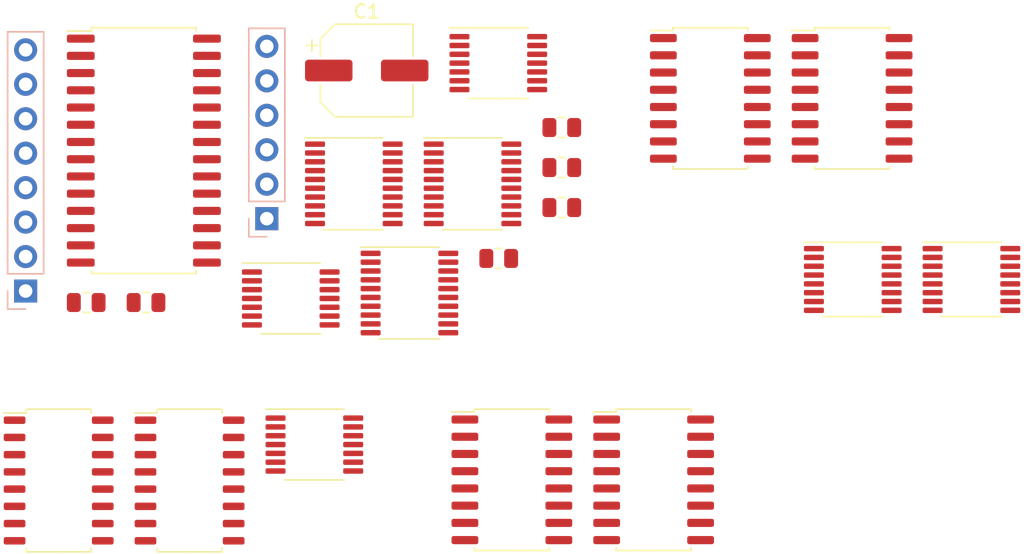
<source format=kicad_pcb>
(kicad_pcb (version 20171130) (host pcbnew "(5.1.10-1-10_14)")

  (general
    (thickness 1.6)
    (drawings 0)
    (tracks 0)
    (zones 0)
    (modules 24)
    (nets 84)
  )

  (page A4)
  (layers
    (0 F.Cu signal)
    (31 B.Cu signal)
    (32 B.Adhes user)
    (33 F.Adhes user)
    (34 B.Paste user)
    (35 F.Paste user)
    (36 B.SilkS user)
    (37 F.SilkS user)
    (38 B.Mask user)
    (39 F.Mask user)
    (40 Dwgs.User user)
    (41 Cmts.User user)
    (42 Eco1.User user)
    (43 Eco2.User user)
    (44 Edge.Cuts user)
    (45 Margin user)
    (46 B.CrtYd user)
    (47 F.CrtYd user)
    (48 B.Fab user hide)
    (49 F.Fab user hide)
  )

  (setup
    (last_trace_width 0.25)
    (trace_clearance 0.2)
    (zone_clearance 0.508)
    (zone_45_only no)
    (trace_min 0.2)
    (via_size 0.8)
    (via_drill 0.4)
    (via_min_size 0.4)
    (via_min_drill 0.3)
    (uvia_size 0.3)
    (uvia_drill 0.1)
    (uvias_allowed no)
    (uvia_min_size 0.2)
    (uvia_min_drill 0.1)
    (edge_width 0.05)
    (segment_width 0.2)
    (pcb_text_width 0.3)
    (pcb_text_size 1.5 1.5)
    (mod_edge_width 0.12)
    (mod_text_size 1 1)
    (mod_text_width 0.15)
    (pad_size 1.524 1.524)
    (pad_drill 0.762)
    (pad_to_mask_clearance 0)
    (aux_axis_origin 0 0)
    (visible_elements FFFFFF7F)
    (pcbplotparams
      (layerselection 0x010fc_ffffffff)
      (usegerberextensions false)
      (usegerberattributes true)
      (usegerberadvancedattributes true)
      (creategerberjobfile true)
      (excludeedgelayer true)
      (linewidth 0.100000)
      (plotframeref false)
      (viasonmask false)
      (mode 1)
      (useauxorigin false)
      (hpglpennumber 1)
      (hpglpenspeed 20)
      (hpglpendiameter 15.000000)
      (psnegative false)
      (psa4output false)
      (plotreference true)
      (plotvalue true)
      (plotinvisibletext false)
      (padsonsilk false)
      (subtractmaskfromsilk false)
      (outputformat 1)
      (mirror false)
      (drillshape 1)
      (scaleselection 1)
      (outputdirectory ""))
  )

  (net 0 "")
  (net 1 VCC)
  (net 2 GND)
  (net 3 "Net-(U1-Pad12)")
  (net 4 "Net-(U1-Pad10)")
  (net 5 "Net-(U1-Pad8)")
  (net 6 "Net-(U1-Pad6)")
  (net 7 "Net-(U1-Pad4)")
  (net 8 "Net-(U1-Pad2)")
  (net 9 "Net-(U8-Pad13)")
  (net 10 "Net-(U8-Pad12)")
  (net 11 "Net-(U9-Pad13)")
  (net 12 "Net-(U10-Pad13)")
  (net 13 "Net-(U10-Pad12)")
  (net 14 "Net-(U10-Pad5)")
  (net 15 "Net-(U5-Pad1)")
  (net 16 "Net-(U7-Pad13)")
  (net 17 "Net-(U7-Pad12)")
  (net 18 "Net-(U11-Pad13)")
  (net 19 "Net-(U11-Pad12)")
  (net 20 "Net-(U11-Pad11)")
  (net 21 "Net-(U11-Pad10)")
  (net 22 "Net-(U11-Pad9)")
  (net 23 "Net-(U11-Pad8)")
  (net 24 "Net-(U11-Pad6)")
  (net 25 "Net-(U11-Pad4)")
  (net 26 "Net-(U11-Pad2)")
  (net 27 "Net-(U12-Pad9)")
  (net 28 WRITE_ADDR_5)
  (net 29 WRITE_ADDR_4)
  (net 30 WRITE_ADDR_3)
  (net 31 WRITE_ADDR_2)
  (net 32 WRITE_ADDR_1)
  (net 33 WRITE_ADDR_0)
  (net 34 READ_ADDR_3)
  (net 35 READ_ADDR_2)
  (net 36 READ_ADDR_0)
  (net 37 READ_ADDR_1)
  (net 38 READ_ADDR_7)
  (net 39 READ_ADDR_6)
  (net 40 READ_ADDR_4)
  (net 41 READ_ADDR_5)
  (net 42 WRITE_ADDR_7)
  (net 43 WRITE_ADDR_6)
  (net 44 "Net-(U13-Pad9)")
  (net 45 ~WRITE_DATA)
  (net 46 ~BUFFER_EN)
  (net 47 ~READ_DATA)
  (net 48 READ_REQUEST)
  (net 49 ~STATUS_COUNT_ASSERT)
  (net 50 BUS0)
  (net 51 BUS1)
  (net 52 BUS2)
  (net 53 BUS3)
  (net 54 BUS4)
  (net 55 BUS5)
  (net 56 BUS6)
  (net 57 BUS7)
  (net 58 COUNT_7)
  (net 59 COUNT_6)
  (net 60 COUNT_5)
  (net 61 COUNT_4)
  (net 62 COUNT_3)
  (net 63 COUNT_2)
  (net 64 COUNT_1)
  (net 65 COUNT_0)
  (net 66 IO7)
  (net 67 IO6)
  (net 68 IO5)
  (net 69 IO4)
  (net 70 IO3)
  (net 71 IO2)
  (net 72 IO1)
  (net 73 IO0)
  (net 74 "Net-(U5-Pad26)")
  (net 75 RAM_ADDR_0)
  (net 76 RAM_ADDR_1)
  (net 77 RAM_ADDR_2)
  (net 78 RAM_ADDR_3)
  (net 79 RAM_ADDR_4)
  (net 80 RAM_ADDR_5)
  (net 81 RAM_ADDR_6)
  (net 82 RAM_ADDR_7)
  (net 83 "/Read Counter/~LOAD")

  (net_class Default "This is the default net class."
    (clearance 0.2)
    (trace_width 0.25)
    (via_dia 0.8)
    (via_drill 0.4)
    (uvia_dia 0.3)
    (uvia_drill 0.1)
    (add_net "/Read Counter/~LOAD")
    (add_net BUS0)
    (add_net BUS1)
    (add_net BUS2)
    (add_net BUS3)
    (add_net BUS4)
    (add_net BUS5)
    (add_net BUS6)
    (add_net BUS7)
    (add_net COUNT_0)
    (add_net COUNT_1)
    (add_net COUNT_2)
    (add_net COUNT_3)
    (add_net COUNT_4)
    (add_net COUNT_5)
    (add_net COUNT_6)
    (add_net COUNT_7)
    (add_net GND)
    (add_net IO0)
    (add_net IO1)
    (add_net IO2)
    (add_net IO3)
    (add_net IO4)
    (add_net IO5)
    (add_net IO6)
    (add_net IO7)
    (add_net "Net-(U1-Pad10)")
    (add_net "Net-(U1-Pad12)")
    (add_net "Net-(U1-Pad2)")
    (add_net "Net-(U1-Pad4)")
    (add_net "Net-(U1-Pad6)")
    (add_net "Net-(U1-Pad8)")
    (add_net "Net-(U10-Pad12)")
    (add_net "Net-(U10-Pad13)")
    (add_net "Net-(U10-Pad5)")
    (add_net "Net-(U11-Pad10)")
    (add_net "Net-(U11-Pad11)")
    (add_net "Net-(U11-Pad12)")
    (add_net "Net-(U11-Pad13)")
    (add_net "Net-(U11-Pad2)")
    (add_net "Net-(U11-Pad4)")
    (add_net "Net-(U11-Pad6)")
    (add_net "Net-(U11-Pad8)")
    (add_net "Net-(U11-Pad9)")
    (add_net "Net-(U12-Pad9)")
    (add_net "Net-(U13-Pad9)")
    (add_net "Net-(U5-Pad1)")
    (add_net "Net-(U5-Pad26)")
    (add_net "Net-(U7-Pad12)")
    (add_net "Net-(U7-Pad13)")
    (add_net "Net-(U8-Pad12)")
    (add_net "Net-(U8-Pad13)")
    (add_net "Net-(U9-Pad13)")
    (add_net RAM_ADDR_0)
    (add_net RAM_ADDR_1)
    (add_net RAM_ADDR_2)
    (add_net RAM_ADDR_3)
    (add_net RAM_ADDR_4)
    (add_net RAM_ADDR_5)
    (add_net RAM_ADDR_6)
    (add_net RAM_ADDR_7)
    (add_net READ_ADDR_0)
    (add_net READ_ADDR_1)
    (add_net READ_ADDR_2)
    (add_net READ_ADDR_3)
    (add_net READ_ADDR_4)
    (add_net READ_ADDR_5)
    (add_net READ_ADDR_6)
    (add_net READ_ADDR_7)
    (add_net READ_REQUEST)
    (add_net VCC)
    (add_net WRITE_ADDR_0)
    (add_net WRITE_ADDR_1)
    (add_net WRITE_ADDR_2)
    (add_net WRITE_ADDR_3)
    (add_net WRITE_ADDR_4)
    (add_net WRITE_ADDR_5)
    (add_net WRITE_ADDR_6)
    (add_net WRITE_ADDR_7)
    (add_net ~BUFFER_EN)
    (add_net ~READ_DATA)
    (add_net ~STATUS_COUNT_ASSERT)
    (add_net ~WRITE_DATA)
  )

  (module Capacitor_SMD:CP_Elec_6.3x5.9 (layer F.Cu) (tedit 5BCA39D0) (tstamp 61A6CB86)
    (at 147.32 90.424)
    (descr "SMD capacitor, aluminum electrolytic, Panasonic C6, 6.3x5.9mm")
    (tags "capacitor electrolytic")
    (path /653E5DCC)
    (attr smd)
    (fp_text reference C1 (at 0 -4.35) (layer F.SilkS)
      (effects (font (size 1 1) (thickness 0.15)))
    )
    (fp_text value C (at 0 4.35) (layer F.Fab)
      (effects (font (size 1 1) (thickness 0.15)))
    )
    (fp_text user %R (at 0 0) (layer F.Fab)
      (effects (font (size 1 1) (thickness 0.15)))
    )
    (fp_circle (center 0 0) (end 3.15 0) (layer F.Fab) (width 0.1))
    (fp_line (start 3.3 -3.3) (end 3.3 3.3) (layer F.Fab) (width 0.1))
    (fp_line (start -2.3 -3.3) (end 3.3 -3.3) (layer F.Fab) (width 0.1))
    (fp_line (start -2.3 3.3) (end 3.3 3.3) (layer F.Fab) (width 0.1))
    (fp_line (start -3.3 -2.3) (end -3.3 2.3) (layer F.Fab) (width 0.1))
    (fp_line (start -3.3 -2.3) (end -2.3 -3.3) (layer F.Fab) (width 0.1))
    (fp_line (start -3.3 2.3) (end -2.3 3.3) (layer F.Fab) (width 0.1))
    (fp_line (start -2.704838 -1.33) (end -2.074838 -1.33) (layer F.Fab) (width 0.1))
    (fp_line (start -2.389838 -1.645) (end -2.389838 -1.015) (layer F.Fab) (width 0.1))
    (fp_line (start 3.41 3.41) (end 3.41 1.06) (layer F.SilkS) (width 0.12))
    (fp_line (start 3.41 -3.41) (end 3.41 -1.06) (layer F.SilkS) (width 0.12))
    (fp_line (start -2.345563 -3.41) (end 3.41 -3.41) (layer F.SilkS) (width 0.12))
    (fp_line (start -2.345563 3.41) (end 3.41 3.41) (layer F.SilkS) (width 0.12))
    (fp_line (start -3.41 2.345563) (end -3.41 1.06) (layer F.SilkS) (width 0.12))
    (fp_line (start -3.41 -2.345563) (end -3.41 -1.06) (layer F.SilkS) (width 0.12))
    (fp_line (start -3.41 -2.345563) (end -2.345563 -3.41) (layer F.SilkS) (width 0.12))
    (fp_line (start -3.41 2.345563) (end -2.345563 3.41) (layer F.SilkS) (width 0.12))
    (fp_line (start -4.4375 -1.8475) (end -3.65 -1.8475) (layer F.SilkS) (width 0.12))
    (fp_line (start -4.04375 -2.24125) (end -4.04375 -1.45375) (layer F.SilkS) (width 0.12))
    (fp_line (start 3.55 -3.55) (end 3.55 -1.05) (layer F.CrtYd) (width 0.05))
    (fp_line (start 3.55 -1.05) (end 4.8 -1.05) (layer F.CrtYd) (width 0.05))
    (fp_line (start 4.8 -1.05) (end 4.8 1.05) (layer F.CrtYd) (width 0.05))
    (fp_line (start 4.8 1.05) (end 3.55 1.05) (layer F.CrtYd) (width 0.05))
    (fp_line (start 3.55 1.05) (end 3.55 3.55) (layer F.CrtYd) (width 0.05))
    (fp_line (start -2.4 3.55) (end 3.55 3.55) (layer F.CrtYd) (width 0.05))
    (fp_line (start -2.4 -3.55) (end 3.55 -3.55) (layer F.CrtYd) (width 0.05))
    (fp_line (start -3.55 2.4) (end -2.4 3.55) (layer F.CrtYd) (width 0.05))
    (fp_line (start -3.55 -2.4) (end -2.4 -3.55) (layer F.CrtYd) (width 0.05))
    (fp_line (start -3.55 -2.4) (end -3.55 -1.05) (layer F.CrtYd) (width 0.05))
    (fp_line (start -3.55 1.05) (end -3.55 2.4) (layer F.CrtYd) (width 0.05))
    (fp_line (start -3.55 -1.05) (end -4.8 -1.05) (layer F.CrtYd) (width 0.05))
    (fp_line (start -4.8 -1.05) (end -4.8 1.05) (layer F.CrtYd) (width 0.05))
    (fp_line (start -4.8 1.05) (end -3.55 1.05) (layer F.CrtYd) (width 0.05))
    (pad 2 smd roundrect (at 2.8 0) (size 3.5 1.6) (layers F.Cu F.Paste F.Mask) (roundrect_rratio 0.15625)
      (net 2 GND))
    (pad 1 smd roundrect (at -2.8 0) (size 3.5 1.6) (layers F.Cu F.Paste F.Mask) (roundrect_rratio 0.15625)
      (net 83 "/Read Counter/~LOAD"))
    (model ${KISYS3DMOD}/Capacitor_SMD.3dshapes/CP_Elec_6.3x5.9.wrl
      (at (xyz 0 0 0))
      (scale (xyz 1 1 1))
      (rotate (xyz 0 0 0))
    )
  )

  (module Package_SO:TSSOP-16_4.4x5mm_P0.65mm (layer F.Cu) (tedit 5E476F32) (tstamp 61A68401)
    (at 191.9 105.828)
    (descr "TSSOP, 16 Pin (JEDEC MO-153 Var AB https://www.jedec.org/document_search?search_api_views_fulltext=MO-153), generated with kicad-footprint-generator ipc_gullwing_generator.py")
    (tags "TSSOP SO")
    (path /64F6586F/64F66138)
    (attr smd)
    (fp_text reference U15 (at 0 -3.45) (layer F.SilkS) hide
      (effects (font (size 1 1) (thickness 0.15)))
    )
    (fp_text value 74HC157PW,118 (at 0 3.45) (layer F.Fab)
      (effects (font (size 1 1) (thickness 0.15)))
    )
    (fp_text user %R (at 0 0) (layer F.Fab) hide
      (effects (font (size 1 1) (thickness 0.15)))
    )
    (fp_line (start 0 2.735) (end 2.2 2.735) (layer F.SilkS) (width 0.12))
    (fp_line (start 0 2.735) (end -2.2 2.735) (layer F.SilkS) (width 0.12))
    (fp_line (start 0 -2.735) (end 2.2 -2.735) (layer F.SilkS) (width 0.12))
    (fp_line (start 0 -2.735) (end -3.6 -2.735) (layer F.SilkS) (width 0.12))
    (fp_line (start -1.2 -2.5) (end 2.2 -2.5) (layer F.Fab) (width 0.1))
    (fp_line (start 2.2 -2.5) (end 2.2 2.5) (layer F.Fab) (width 0.1))
    (fp_line (start 2.2 2.5) (end -2.2 2.5) (layer F.Fab) (width 0.1))
    (fp_line (start -2.2 2.5) (end -2.2 -1.5) (layer F.Fab) (width 0.1))
    (fp_line (start -2.2 -1.5) (end -1.2 -2.5) (layer F.Fab) (width 0.1))
    (fp_line (start -3.85 -2.75) (end -3.85 2.75) (layer F.CrtYd) (width 0.05))
    (fp_line (start -3.85 2.75) (end 3.85 2.75) (layer F.CrtYd) (width 0.05))
    (fp_line (start 3.85 2.75) (end 3.85 -2.75) (layer F.CrtYd) (width 0.05))
    (fp_line (start 3.85 -2.75) (end -3.85 -2.75) (layer F.CrtYd) (width 0.05))
    (pad 16 smd roundrect (at 2.8625 -2.275) (size 1.475 0.4) (layers F.Cu F.Paste F.Mask) (roundrect_rratio 0.25)
      (net 1 VCC))
    (pad 15 smd roundrect (at 2.8625 -1.625) (size 1.475 0.4) (layers F.Cu F.Paste F.Mask) (roundrect_rratio 0.25)
      (net 2 GND))
    (pad 14 smd roundrect (at 2.8625 -0.975) (size 1.475 0.4) (layers F.Cu F.Paste F.Mask) (roundrect_rratio 0.25)
      (net 42 WRITE_ADDR_7))
    (pad 13 smd roundrect (at 2.8625 -0.325) (size 1.475 0.4) (layers F.Cu F.Paste F.Mask) (roundrect_rratio 0.25)
      (net 38 READ_ADDR_7))
    (pad 12 smd roundrect (at 2.8625 0.325) (size 1.475 0.4) (layers F.Cu F.Paste F.Mask) (roundrect_rratio 0.25)
      (net 82 RAM_ADDR_7))
    (pad 11 smd roundrect (at 2.8625 0.975) (size 1.475 0.4) (layers F.Cu F.Paste F.Mask) (roundrect_rratio 0.25)
      (net 43 WRITE_ADDR_6))
    (pad 10 smd roundrect (at 2.8625 1.625) (size 1.475 0.4) (layers F.Cu F.Paste F.Mask) (roundrect_rratio 0.25)
      (net 39 READ_ADDR_6))
    (pad 9 smd roundrect (at 2.8625 2.275) (size 1.475 0.4) (layers F.Cu F.Paste F.Mask) (roundrect_rratio 0.25)
      (net 81 RAM_ADDR_6))
    (pad 8 smd roundrect (at -2.8625 2.275) (size 1.475 0.4) (layers F.Cu F.Paste F.Mask) (roundrect_rratio 0.25)
      (net 2 GND))
    (pad 7 smd roundrect (at -2.8625 1.625) (size 1.475 0.4) (layers F.Cu F.Paste F.Mask) (roundrect_rratio 0.25)
      (net 80 RAM_ADDR_5))
    (pad 6 smd roundrect (at -2.8625 0.975) (size 1.475 0.4) (layers F.Cu F.Paste F.Mask) (roundrect_rratio 0.25)
      (net 41 READ_ADDR_5))
    (pad 5 smd roundrect (at -2.8625 0.325) (size 1.475 0.4) (layers F.Cu F.Paste F.Mask) (roundrect_rratio 0.25)
      (net 28 WRITE_ADDR_5))
    (pad 4 smd roundrect (at -2.8625 -0.325) (size 1.475 0.4) (layers F.Cu F.Paste F.Mask) (roundrect_rratio 0.25)
      (net 79 RAM_ADDR_4))
    (pad 3 smd roundrect (at -2.8625 -0.975) (size 1.475 0.4) (layers F.Cu F.Paste F.Mask) (roundrect_rratio 0.25)
      (net 40 READ_ADDR_4))
    (pad 2 smd roundrect (at -2.8625 -1.625) (size 1.475 0.4) (layers F.Cu F.Paste F.Mask) (roundrect_rratio 0.25)
      (net 29 WRITE_ADDR_4))
    (pad 1 smd roundrect (at -2.8625 -2.275) (size 1.475 0.4) (layers F.Cu F.Paste F.Mask) (roundrect_rratio 0.25)
      (net 45 ~WRITE_DATA))
    (model ${KISYS3DMOD}/Package_SO.3dshapes/TSSOP-16_4.4x5mm_P0.65mm.wrl
      (at (xyz 0 0 0))
      (scale (xyz 1 1 1))
      (rotate (xyz 0 0 0))
    )
  )

  (module Package_SO:TSSOP-16_4.4x5mm_P0.65mm (layer F.Cu) (tedit 5E476F32) (tstamp 61A683DF)
    (at 183.15 105.828)
    (descr "TSSOP, 16 Pin (JEDEC MO-153 Var AB https://www.jedec.org/document_search?search_api_views_fulltext=MO-153), generated with kicad-footprint-generator ipc_gullwing_generator.py")
    (tags "TSSOP SO")
    (path /64F6586F/64F66132)
    (attr smd)
    (fp_text reference U14 (at 0 -3.45) (layer F.SilkS) hide
      (effects (font (size 1 1) (thickness 0.15)))
    )
    (fp_text value 74HC157PW,118 (at 0 3.45) (layer F.Fab)
      (effects (font (size 1 1) (thickness 0.15)))
    )
    (fp_text user %R (at 0 0) (layer F.Fab) hide
      (effects (font (size 1 1) (thickness 0.15)))
    )
    (fp_line (start 0 2.735) (end 2.2 2.735) (layer F.SilkS) (width 0.12))
    (fp_line (start 0 2.735) (end -2.2 2.735) (layer F.SilkS) (width 0.12))
    (fp_line (start 0 -2.735) (end 2.2 -2.735) (layer F.SilkS) (width 0.12))
    (fp_line (start 0 -2.735) (end -3.6 -2.735) (layer F.SilkS) (width 0.12))
    (fp_line (start -1.2 -2.5) (end 2.2 -2.5) (layer F.Fab) (width 0.1))
    (fp_line (start 2.2 -2.5) (end 2.2 2.5) (layer F.Fab) (width 0.1))
    (fp_line (start 2.2 2.5) (end -2.2 2.5) (layer F.Fab) (width 0.1))
    (fp_line (start -2.2 2.5) (end -2.2 -1.5) (layer F.Fab) (width 0.1))
    (fp_line (start -2.2 -1.5) (end -1.2 -2.5) (layer F.Fab) (width 0.1))
    (fp_line (start -3.85 -2.75) (end -3.85 2.75) (layer F.CrtYd) (width 0.05))
    (fp_line (start -3.85 2.75) (end 3.85 2.75) (layer F.CrtYd) (width 0.05))
    (fp_line (start 3.85 2.75) (end 3.85 -2.75) (layer F.CrtYd) (width 0.05))
    (fp_line (start 3.85 -2.75) (end -3.85 -2.75) (layer F.CrtYd) (width 0.05))
    (pad 16 smd roundrect (at 2.8625 -2.275) (size 1.475 0.4) (layers F.Cu F.Paste F.Mask) (roundrect_rratio 0.25)
      (net 1 VCC))
    (pad 15 smd roundrect (at 2.8625 -1.625) (size 1.475 0.4) (layers F.Cu F.Paste F.Mask) (roundrect_rratio 0.25)
      (net 2 GND))
    (pad 14 smd roundrect (at 2.8625 -0.975) (size 1.475 0.4) (layers F.Cu F.Paste F.Mask) (roundrect_rratio 0.25)
      (net 30 WRITE_ADDR_3))
    (pad 13 smd roundrect (at 2.8625 -0.325) (size 1.475 0.4) (layers F.Cu F.Paste F.Mask) (roundrect_rratio 0.25)
      (net 34 READ_ADDR_3))
    (pad 12 smd roundrect (at 2.8625 0.325) (size 1.475 0.4) (layers F.Cu F.Paste F.Mask) (roundrect_rratio 0.25)
      (net 78 RAM_ADDR_3))
    (pad 11 smd roundrect (at 2.8625 0.975) (size 1.475 0.4) (layers F.Cu F.Paste F.Mask) (roundrect_rratio 0.25)
      (net 31 WRITE_ADDR_2))
    (pad 10 smd roundrect (at 2.8625 1.625) (size 1.475 0.4) (layers F.Cu F.Paste F.Mask) (roundrect_rratio 0.25)
      (net 35 READ_ADDR_2))
    (pad 9 smd roundrect (at 2.8625 2.275) (size 1.475 0.4) (layers F.Cu F.Paste F.Mask) (roundrect_rratio 0.25)
      (net 77 RAM_ADDR_2))
    (pad 8 smd roundrect (at -2.8625 2.275) (size 1.475 0.4) (layers F.Cu F.Paste F.Mask) (roundrect_rratio 0.25)
      (net 2 GND))
    (pad 7 smd roundrect (at -2.8625 1.625) (size 1.475 0.4) (layers F.Cu F.Paste F.Mask) (roundrect_rratio 0.25)
      (net 76 RAM_ADDR_1))
    (pad 6 smd roundrect (at -2.8625 0.975) (size 1.475 0.4) (layers F.Cu F.Paste F.Mask) (roundrect_rratio 0.25)
      (net 37 READ_ADDR_1))
    (pad 5 smd roundrect (at -2.8625 0.325) (size 1.475 0.4) (layers F.Cu F.Paste F.Mask) (roundrect_rratio 0.25)
      (net 32 WRITE_ADDR_1))
    (pad 4 smd roundrect (at -2.8625 -0.325) (size 1.475 0.4) (layers F.Cu F.Paste F.Mask) (roundrect_rratio 0.25)
      (net 75 RAM_ADDR_0))
    (pad 3 smd roundrect (at -2.8625 -0.975) (size 1.475 0.4) (layers F.Cu F.Paste F.Mask) (roundrect_rratio 0.25)
      (net 36 READ_ADDR_0))
    (pad 2 smd roundrect (at -2.8625 -1.625) (size 1.475 0.4) (layers F.Cu F.Paste F.Mask) (roundrect_rratio 0.25)
      (net 33 WRITE_ADDR_0))
    (pad 1 smd roundrect (at -2.8625 -2.275) (size 1.475 0.4) (layers F.Cu F.Paste F.Mask) (roundrect_rratio 0.25)
      (net 45 ~WRITE_DATA))
    (model ${KISYS3DMOD}/Package_SO.3dshapes/TSSOP-16_4.4x5mm_P0.65mm.wrl
      (at (xyz 0 0 0))
      (scale (xyz 1 1 1))
      (rotate (xyz 0 0 0))
    )
  )

  (module Package_SO:SOIC-16_4.55x10.3mm_P1.27mm (layer F.Cu) (tedit 5D9F72B1) (tstamp 61A683BD)
    (at 134.26 120.648)
    (descr "SOIC, 16 Pin (https://toshiba.semicon-storage.com/info/docget.jsp?did=12858&prodName=TLP291-4), generated with kicad-footprint-generator ipc_gullwing_generator.py")
    (tags "SOIC SO")
    (path /64ED065A/64ED5CC5)
    (attr smd)
    (fp_text reference U13 (at 0 -6.1) (layer F.SilkS) hide
      (effects (font (size 1 1) (thickness 0.15)))
    )
    (fp_text value 74LS283 (at 0 6.1) (layer F.Fab)
      (effects (font (size 1 1) (thickness 0.15)))
    )
    (fp_text user %R (at 0 0) (layer F.Fab) hide
      (effects (font (size 1 1) (thickness 0.15)))
    )
    (fp_line (start 0 5.26) (end 2.385 5.26) (layer F.SilkS) (width 0.12))
    (fp_line (start 2.385 5.26) (end 2.385 4.98) (layer F.SilkS) (width 0.12))
    (fp_line (start 0 5.26) (end -2.385 5.26) (layer F.SilkS) (width 0.12))
    (fp_line (start -2.385 5.26) (end -2.385 4.98) (layer F.SilkS) (width 0.12))
    (fp_line (start 0 -5.26) (end 2.385 -5.26) (layer F.SilkS) (width 0.12))
    (fp_line (start 2.385 -5.26) (end 2.385 -4.98) (layer F.SilkS) (width 0.12))
    (fp_line (start 0 -5.26) (end -2.385 -5.26) (layer F.SilkS) (width 0.12))
    (fp_line (start -2.385 -5.26) (end -2.385 -4.98) (layer F.SilkS) (width 0.12))
    (fp_line (start -2.385 -4.98) (end -4.05 -4.98) (layer F.SilkS) (width 0.12))
    (fp_line (start -1.275 -5.15) (end 2.275 -5.15) (layer F.Fab) (width 0.1))
    (fp_line (start 2.275 -5.15) (end 2.275 5.15) (layer F.Fab) (width 0.1))
    (fp_line (start 2.275 5.15) (end -2.275 5.15) (layer F.Fab) (width 0.1))
    (fp_line (start -2.275 5.15) (end -2.275 -4.15) (layer F.Fab) (width 0.1))
    (fp_line (start -2.275 -4.15) (end -1.275 -5.15) (layer F.Fab) (width 0.1))
    (fp_line (start -4.3 -5.4) (end -4.3 5.4) (layer F.CrtYd) (width 0.05))
    (fp_line (start -4.3 5.4) (end 4.3 5.4) (layer F.CrtYd) (width 0.05))
    (fp_line (start 4.3 5.4) (end 4.3 -5.4) (layer F.CrtYd) (width 0.05))
    (fp_line (start 4.3 -5.4) (end -4.3 -5.4) (layer F.CrtYd) (width 0.05))
    (pad 16 smd roundrect (at 3.25 -4.445) (size 1.6 0.55) (layers F.Cu F.Paste F.Mask) (roundrect_rratio 0.25)
      (net 1 VCC))
    (pad 15 smd roundrect (at 3.25 -3.175) (size 1.6 0.55) (layers F.Cu F.Paste F.Mask) (roundrect_rratio 0.25)
      (net 26 "Net-(U11-Pad2)"))
    (pad 14 smd roundrect (at 3.25 -1.905) (size 1.6 0.55) (layers F.Cu F.Paste F.Mask) (roundrect_rratio 0.25)
      (net 43 WRITE_ADDR_6))
    (pad 13 smd roundrect (at 3.25 -0.635) (size 1.6 0.55) (layers F.Cu F.Paste F.Mask) (roundrect_rratio 0.25)
      (net 59 COUNT_6))
    (pad 12 smd roundrect (at 3.25 0.635) (size 1.6 0.55) (layers F.Cu F.Paste F.Mask) (roundrect_rratio 0.25)
      (net 42 WRITE_ADDR_7))
    (pad 11 smd roundrect (at 3.25 1.905) (size 1.6 0.55) (layers F.Cu F.Paste F.Mask) (roundrect_rratio 0.25)
      (net 25 "Net-(U11-Pad4)"))
    (pad 10 smd roundrect (at 3.25 3.175) (size 1.6 0.55) (layers F.Cu F.Paste F.Mask) (roundrect_rratio 0.25)
      (net 58 COUNT_7))
    (pad 9 smd roundrect (at 3.25 4.445) (size 1.6 0.55) (layers F.Cu F.Paste F.Mask) (roundrect_rratio 0.25)
      (net 44 "Net-(U13-Pad9)"))
    (pad 8 smd roundrect (at -3.25 4.445) (size 1.6 0.55) (layers F.Cu F.Paste F.Mask) (roundrect_rratio 0.25)
      (net 2 GND))
    (pad 7 smd roundrect (at -3.25 3.175) (size 1.6 0.55) (layers F.Cu F.Paste F.Mask) (roundrect_rratio 0.25)
      (net 27 "Net-(U12-Pad9)"))
    (pad 6 smd roundrect (at -3.25 1.905) (size 1.6 0.55) (layers F.Cu F.Paste F.Mask) (roundrect_rratio 0.25)
      (net 4 "Net-(U1-Pad10)"))
    (pad 5 smd roundrect (at -3.25 0.635) (size 1.6 0.55) (layers F.Cu F.Paste F.Mask) (roundrect_rratio 0.25)
      (net 29 WRITE_ADDR_4))
    (pad 4 smd roundrect (at -3.25 -0.635) (size 1.6 0.55) (layers F.Cu F.Paste F.Mask) (roundrect_rratio 0.25)
      (net 61 COUNT_4))
    (pad 3 smd roundrect (at -3.25 -1.905) (size 1.6 0.55) (layers F.Cu F.Paste F.Mask) (roundrect_rratio 0.25)
      (net 28 WRITE_ADDR_5))
    (pad 2 smd roundrect (at -3.25 -3.175) (size 1.6 0.55) (layers F.Cu F.Paste F.Mask) (roundrect_rratio 0.25)
      (net 3 "Net-(U1-Pad12)"))
    (pad 1 smd roundrect (at -3.25 -4.445) (size 1.6 0.55) (layers F.Cu F.Paste F.Mask) (roundrect_rratio 0.25)
      (net 60 COUNT_5))
    (model ${KISYS3DMOD}/Package_SO.3dshapes/SOIC-16_4.55x10.3mm_P1.27mm.wrl
      (at (xyz 0 0 0))
      (scale (xyz 1 1 1))
      (rotate (xyz 0 0 0))
    )
  )

  (module Package_SO:SOIC-16_4.55x10.3mm_P1.27mm (layer F.Cu) (tedit 5D9F72B1) (tstamp 61A68396)
    (at 124.61 120.648)
    (descr "SOIC, 16 Pin (https://toshiba.semicon-storage.com/info/docget.jsp?did=12858&prodName=TLP291-4), generated with kicad-footprint-generator ipc_gullwing_generator.py")
    (tags "SOIC SO")
    (path /64ED065A/64ED5CB9)
    (attr smd)
    (fp_text reference U12 (at 0 -6.1) (layer F.SilkS) hide
      (effects (font (size 1 1) (thickness 0.15)))
    )
    (fp_text value 74LS283 (at 0 6.1) (layer F.Fab)
      (effects (font (size 1 1) (thickness 0.15)))
    )
    (fp_text user %R (at 0 0) (layer F.Fab) hide
      (effects (font (size 1 1) (thickness 0.15)))
    )
    (fp_line (start 0 5.26) (end 2.385 5.26) (layer F.SilkS) (width 0.12))
    (fp_line (start 2.385 5.26) (end 2.385 4.98) (layer F.SilkS) (width 0.12))
    (fp_line (start 0 5.26) (end -2.385 5.26) (layer F.SilkS) (width 0.12))
    (fp_line (start -2.385 5.26) (end -2.385 4.98) (layer F.SilkS) (width 0.12))
    (fp_line (start 0 -5.26) (end 2.385 -5.26) (layer F.SilkS) (width 0.12))
    (fp_line (start 2.385 -5.26) (end 2.385 -4.98) (layer F.SilkS) (width 0.12))
    (fp_line (start 0 -5.26) (end -2.385 -5.26) (layer F.SilkS) (width 0.12))
    (fp_line (start -2.385 -5.26) (end -2.385 -4.98) (layer F.SilkS) (width 0.12))
    (fp_line (start -2.385 -4.98) (end -4.05 -4.98) (layer F.SilkS) (width 0.12))
    (fp_line (start -1.275 -5.15) (end 2.275 -5.15) (layer F.Fab) (width 0.1))
    (fp_line (start 2.275 -5.15) (end 2.275 5.15) (layer F.Fab) (width 0.1))
    (fp_line (start 2.275 5.15) (end -2.275 5.15) (layer F.Fab) (width 0.1))
    (fp_line (start -2.275 5.15) (end -2.275 -4.15) (layer F.Fab) (width 0.1))
    (fp_line (start -2.275 -4.15) (end -1.275 -5.15) (layer F.Fab) (width 0.1))
    (fp_line (start -4.3 -5.4) (end -4.3 5.4) (layer F.CrtYd) (width 0.05))
    (fp_line (start -4.3 5.4) (end 4.3 5.4) (layer F.CrtYd) (width 0.05))
    (fp_line (start 4.3 5.4) (end 4.3 -5.4) (layer F.CrtYd) (width 0.05))
    (fp_line (start 4.3 -5.4) (end -4.3 -5.4) (layer F.CrtYd) (width 0.05))
    (pad 16 smd roundrect (at 3.25 -4.445) (size 1.6 0.55) (layers F.Cu F.Paste F.Mask) (roundrect_rratio 0.25)
      (net 1 VCC))
    (pad 15 smd roundrect (at 3.25 -3.175) (size 1.6 0.55) (layers F.Cu F.Paste F.Mask) (roundrect_rratio 0.25)
      (net 24 "Net-(U11-Pad6)"))
    (pad 14 smd roundrect (at 3.25 -1.905) (size 1.6 0.55) (layers F.Cu F.Paste F.Mask) (roundrect_rratio 0.25)
      (net 31 WRITE_ADDR_2))
    (pad 13 smd roundrect (at 3.25 -0.635) (size 1.6 0.55) (layers F.Cu F.Paste F.Mask) (roundrect_rratio 0.25)
      (net 63 COUNT_2))
    (pad 12 smd roundrect (at 3.25 0.635) (size 1.6 0.55) (layers F.Cu F.Paste F.Mask) (roundrect_rratio 0.25)
      (net 30 WRITE_ADDR_3))
    (pad 11 smd roundrect (at 3.25 1.905) (size 1.6 0.55) (layers F.Cu F.Paste F.Mask) (roundrect_rratio 0.25)
      (net 5 "Net-(U1-Pad8)"))
    (pad 10 smd roundrect (at 3.25 3.175) (size 1.6 0.55) (layers F.Cu F.Paste F.Mask) (roundrect_rratio 0.25)
      (net 62 COUNT_3))
    (pad 9 smd roundrect (at 3.25 4.445) (size 1.6 0.55) (layers F.Cu F.Paste F.Mask) (roundrect_rratio 0.25)
      (net 27 "Net-(U12-Pad9)"))
    (pad 8 smd roundrect (at -3.25 4.445) (size 1.6 0.55) (layers F.Cu F.Paste F.Mask) (roundrect_rratio 0.25)
      (net 2 GND))
    (pad 7 smd roundrect (at -3.25 3.175) (size 1.6 0.55) (layers F.Cu F.Paste F.Mask) (roundrect_rratio 0.25)
      (net 1 VCC))
    (pad 6 smd roundrect (at -3.25 1.905) (size 1.6 0.55) (layers F.Cu F.Paste F.Mask) (roundrect_rratio 0.25)
      (net 8 "Net-(U1-Pad2)"))
    (pad 5 smd roundrect (at -3.25 0.635) (size 1.6 0.55) (layers F.Cu F.Paste F.Mask) (roundrect_rratio 0.25)
      (net 33 WRITE_ADDR_0))
    (pad 4 smd roundrect (at -3.25 -0.635) (size 1.6 0.55) (layers F.Cu F.Paste F.Mask) (roundrect_rratio 0.25)
      (net 65 COUNT_0))
    (pad 3 smd roundrect (at -3.25 -1.905) (size 1.6 0.55) (layers F.Cu F.Paste F.Mask) (roundrect_rratio 0.25)
      (net 32 WRITE_ADDR_1))
    (pad 2 smd roundrect (at -3.25 -3.175) (size 1.6 0.55) (layers F.Cu F.Paste F.Mask) (roundrect_rratio 0.25)
      (net 7 "Net-(U1-Pad4)"))
    (pad 1 smd roundrect (at -3.25 -4.445) (size 1.6 0.55) (layers F.Cu F.Paste F.Mask) (roundrect_rratio 0.25)
      (net 64 COUNT_1))
    (model ${KISYS3DMOD}/Package_SO.3dshapes/SOIC-16_4.55x10.3mm_P1.27mm.wrl
      (at (xyz 0 0 0))
      (scale (xyz 1 1 1))
      (rotate (xyz 0 0 0))
    )
  )

  (module Package_SO:TSSOP-14_4.4x5mm_P0.65mm (layer F.Cu) (tedit 5E476F32) (tstamp 61A6836F)
    (at 143.46 117.998)
    (descr "TSSOP, 14 Pin (JEDEC MO-153 Var AB-1 https://www.jedec.org/document_search?search_api_views_fulltext=MO-153), generated with kicad-footprint-generator ipc_gullwing_generator.py")
    (tags "TSSOP SO")
    (path /64ED065A/64ED5CDF)
    (attr smd)
    (fp_text reference U11 (at 0 -3.45) (layer F.SilkS) hide
      (effects (font (size 1 1) (thickness 0.15)))
    )
    (fp_text value 74LS04 (at 0 3.45) (layer F.Fab)
      (effects (font (size 1 1) (thickness 0.15)))
    )
    (fp_text user %R (at 0 0) (layer F.Fab) hide
      (effects (font (size 1 1) (thickness 0.15)))
    )
    (fp_line (start 0 2.61) (end 2.2 2.61) (layer F.SilkS) (width 0.12))
    (fp_line (start 0 2.61) (end -2.2 2.61) (layer F.SilkS) (width 0.12))
    (fp_line (start 0 -2.61) (end 2.2 -2.61) (layer F.SilkS) (width 0.12))
    (fp_line (start 0 -2.61) (end -3.6 -2.61) (layer F.SilkS) (width 0.12))
    (fp_line (start -1.2 -2.5) (end 2.2 -2.5) (layer F.Fab) (width 0.1))
    (fp_line (start 2.2 -2.5) (end 2.2 2.5) (layer F.Fab) (width 0.1))
    (fp_line (start 2.2 2.5) (end -2.2 2.5) (layer F.Fab) (width 0.1))
    (fp_line (start -2.2 2.5) (end -2.2 -1.5) (layer F.Fab) (width 0.1))
    (fp_line (start -2.2 -1.5) (end -1.2 -2.5) (layer F.Fab) (width 0.1))
    (fp_line (start -3.85 -2.75) (end -3.85 2.75) (layer F.CrtYd) (width 0.05))
    (fp_line (start -3.85 2.75) (end 3.85 2.75) (layer F.CrtYd) (width 0.05))
    (fp_line (start 3.85 2.75) (end 3.85 -2.75) (layer F.CrtYd) (width 0.05))
    (fp_line (start 3.85 -2.75) (end -3.85 -2.75) (layer F.CrtYd) (width 0.05))
    (pad 14 smd roundrect (at 2.8625 -1.95) (size 1.475 0.4) (layers F.Cu F.Paste F.Mask) (roundrect_rratio 0.25)
      (net 1 VCC))
    (pad 13 smd roundrect (at 2.8625 -1.3) (size 1.475 0.4) (layers F.Cu F.Paste F.Mask) (roundrect_rratio 0.25)
      (net 18 "Net-(U11-Pad13)"))
    (pad 12 smd roundrect (at 2.8625 -0.65) (size 1.475 0.4) (layers F.Cu F.Paste F.Mask) (roundrect_rratio 0.25)
      (net 19 "Net-(U11-Pad12)"))
    (pad 11 smd roundrect (at 2.8625 0) (size 1.475 0.4) (layers F.Cu F.Paste F.Mask) (roundrect_rratio 0.25)
      (net 20 "Net-(U11-Pad11)"))
    (pad 10 smd roundrect (at 2.8625 0.65) (size 1.475 0.4) (layers F.Cu F.Paste F.Mask) (roundrect_rratio 0.25)
      (net 21 "Net-(U11-Pad10)"))
    (pad 9 smd roundrect (at 2.8625 1.3) (size 1.475 0.4) (layers F.Cu F.Paste F.Mask) (roundrect_rratio 0.25)
      (net 22 "Net-(U11-Pad9)"))
    (pad 8 smd roundrect (at 2.8625 1.95) (size 1.475 0.4) (layers F.Cu F.Paste F.Mask) (roundrect_rratio 0.25)
      (net 23 "Net-(U11-Pad8)"))
    (pad 7 smd roundrect (at -2.8625 1.95) (size 1.475 0.4) (layers F.Cu F.Paste F.Mask) (roundrect_rratio 0.25)
      (net 2 GND))
    (pad 6 smd roundrect (at -2.8625 1.3) (size 1.475 0.4) (layers F.Cu F.Paste F.Mask) (roundrect_rratio 0.25)
      (net 24 "Net-(U11-Pad6)"))
    (pad 5 smd roundrect (at -2.8625 0.65) (size 1.475 0.4) (layers F.Cu F.Paste F.Mask) (roundrect_rratio 0.25)
      (net 35 READ_ADDR_2))
    (pad 4 smd roundrect (at -2.8625 0) (size 1.475 0.4) (layers F.Cu F.Paste F.Mask) (roundrect_rratio 0.25)
      (net 25 "Net-(U11-Pad4)"))
    (pad 3 smd roundrect (at -2.8625 -0.65) (size 1.475 0.4) (layers F.Cu F.Paste F.Mask) (roundrect_rratio 0.25)
      (net 38 READ_ADDR_7))
    (pad 2 smd roundrect (at -2.8625 -1.3) (size 1.475 0.4) (layers F.Cu F.Paste F.Mask) (roundrect_rratio 0.25)
      (net 26 "Net-(U11-Pad2)"))
    (pad 1 smd roundrect (at -2.8625 -1.95) (size 1.475 0.4) (layers F.Cu F.Paste F.Mask) (roundrect_rratio 0.25)
      (net 39 READ_ADDR_6))
    (model ${KISYS3DMOD}/Package_SO.3dshapes/TSSOP-14_4.4x5mm_P0.65mm.wrl
      (at (xyz 0 0 0))
      (scale (xyz 1 1 1))
      (rotate (xyz 0 0 0))
    )
  )

  (module Package_SO:SO-16_5.3x10.2mm_P1.27mm (layer F.Cu) (tedit 5EA5315B) (tstamp 61A6834F)
    (at 168.47 120.598)
    (descr "SO, 16 Pin (https://www.ti.com/lit/ml/msop002a/msop002a.pdf), generated with kicad-footprint-generator ipc_gullwing_generator.py")
    (tags "SO SO")
    (path /64EB2967/64EA8C56)
    (attr smd)
    (fp_text reference U10 (at 0 -6.05) (layer F.SilkS) hide
      (effects (font (size 1 1) (thickness 0.15)))
    )
    (fp_text value 74LS193 (at 0 6.05) (layer F.Fab)
      (effects (font (size 1 1) (thickness 0.15)))
    )
    (fp_text user %R (at 0 0) (layer F.Fab) hide
      (effects (font (size 1 1) (thickness 0.15)))
    )
    (fp_line (start 0 5.21) (end 2.76 5.21) (layer F.SilkS) (width 0.12))
    (fp_line (start 2.76 5.21) (end 2.76 5.005) (layer F.SilkS) (width 0.12))
    (fp_line (start 0 5.21) (end -2.76 5.21) (layer F.SilkS) (width 0.12))
    (fp_line (start -2.76 5.21) (end -2.76 5.005) (layer F.SilkS) (width 0.12))
    (fp_line (start 0 -5.21) (end 2.76 -5.21) (layer F.SilkS) (width 0.12))
    (fp_line (start 2.76 -5.21) (end 2.76 -5.005) (layer F.SilkS) (width 0.12))
    (fp_line (start 0 -5.21) (end -2.76 -5.21) (layer F.SilkS) (width 0.12))
    (fp_line (start -2.76 -5.21) (end -2.76 -5.005) (layer F.SilkS) (width 0.12))
    (fp_line (start -2.76 -5.005) (end -4.45 -5.005) (layer F.SilkS) (width 0.12))
    (fp_line (start -1.65 -5.1) (end 2.65 -5.1) (layer F.Fab) (width 0.1))
    (fp_line (start 2.65 -5.1) (end 2.65 5.1) (layer F.Fab) (width 0.1))
    (fp_line (start 2.65 5.1) (end -2.65 5.1) (layer F.Fab) (width 0.1))
    (fp_line (start -2.65 5.1) (end -2.65 -4.1) (layer F.Fab) (width 0.1))
    (fp_line (start -2.65 -4.1) (end -1.65 -5.1) (layer F.Fab) (width 0.1))
    (fp_line (start -4.7 -5.35) (end -4.7 5.35) (layer F.CrtYd) (width 0.05))
    (fp_line (start -4.7 5.35) (end 4.7 5.35) (layer F.CrtYd) (width 0.05))
    (fp_line (start 4.7 5.35) (end 4.7 -5.35) (layer F.CrtYd) (width 0.05))
    (fp_line (start 4.7 -5.35) (end -4.7 -5.35) (layer F.CrtYd) (width 0.05))
    (pad 16 smd roundrect (at 3.4625 -4.445) (size 1.975 0.6) (layers F.Cu F.Paste F.Mask) (roundrect_rratio 0.25)
      (net 1 VCC))
    (pad 15 smd roundrect (at 3.4625 -3.175) (size 1.975 0.6) (layers F.Cu F.Paste F.Mask) (roundrect_rratio 0.25)
      (net 2 GND))
    (pad 14 smd roundrect (at 3.4625 -1.905) (size 1.975 0.6) (layers F.Cu F.Paste F.Mask) (roundrect_rratio 0.25)
      (net 2 GND))
    (pad 13 smd roundrect (at 3.4625 -0.635) (size 1.975 0.6) (layers F.Cu F.Paste F.Mask) (roundrect_rratio 0.25)
      (net 12 "Net-(U10-Pad13)"))
    (pad 12 smd roundrect (at 3.4625 0.635) (size 1.975 0.6) (layers F.Cu F.Paste F.Mask) (roundrect_rratio 0.25)
      (net 13 "Net-(U10-Pad12)"))
    (pad 11 smd roundrect (at 3.4625 1.905) (size 1.975 0.6) (layers F.Cu F.Paste F.Mask) (roundrect_rratio 0.25)
      (net 83 "/Read Counter/~LOAD"))
    (pad 10 smd roundrect (at 3.4625 3.175) (size 1.975 0.6) (layers F.Cu F.Paste F.Mask) (roundrect_rratio 0.25)
      (net 2 GND))
    (pad 9 smd roundrect (at 3.4625 4.445) (size 1.975 0.6) (layers F.Cu F.Paste F.Mask) (roundrect_rratio 0.25)
      (net 2 GND))
    (pad 8 smd roundrect (at -3.4625 4.445) (size 1.975 0.6) (layers F.Cu F.Paste F.Mask) (roundrect_rratio 0.25)
      (net 2 GND))
    (pad 7 smd roundrect (at -3.4625 3.175) (size 1.975 0.6) (layers F.Cu F.Paste F.Mask) (roundrect_rratio 0.25)
      (net 42 WRITE_ADDR_7))
    (pad 6 smd roundrect (at -3.4625 1.905) (size 1.975 0.6) (layers F.Cu F.Paste F.Mask) (roundrect_rratio 0.25)
      (net 43 WRITE_ADDR_6))
    (pad 5 smd roundrect (at -3.4625 0.635) (size 1.975 0.6) (layers F.Cu F.Paste F.Mask) (roundrect_rratio 0.25)
      (net 14 "Net-(U10-Pad5)"))
    (pad 4 smd roundrect (at -3.4625 -0.635) (size 1.975 0.6) (layers F.Cu F.Paste F.Mask) (roundrect_rratio 0.25)
      (net 1 VCC))
    (pad 3 smd roundrect (at -3.4625 -1.905) (size 1.975 0.6) (layers F.Cu F.Paste F.Mask) (roundrect_rratio 0.25)
      (net 29 WRITE_ADDR_4))
    (pad 2 smd roundrect (at -3.4625 -3.175) (size 1.975 0.6) (layers F.Cu F.Paste F.Mask) (roundrect_rratio 0.25)
      (net 28 WRITE_ADDR_5))
    (pad 1 smd roundrect (at -3.4625 -4.445) (size 1.975 0.6) (layers F.Cu F.Paste F.Mask) (roundrect_rratio 0.25)
      (net 2 GND))
    (model ${KISYS3DMOD}/Package_SO.3dshapes/SO-16_5.3x10.2mm_P1.27mm.wrl
      (at (xyz 0 0 0))
      (scale (xyz 1 1 1))
      (rotate (xyz 0 0 0))
    )
  )

  (module Package_SO:SO-16_5.3x10.2mm_P1.27mm (layer F.Cu) (tedit 5EA5315B) (tstamp 61A68328)
    (at 158.02 120.598)
    (descr "SO, 16 Pin (https://www.ti.com/lit/ml/msop002a/msop002a.pdf), generated with kicad-footprint-generator ipc_gullwing_generator.py")
    (tags "SO SO")
    (path /64EB2967/64EA8C50)
    (attr smd)
    (fp_text reference U9 (at 0 -6.05) (layer F.SilkS) hide
      (effects (font (size 1 1) (thickness 0.15)))
    )
    (fp_text value 74LS193 (at 0 6.05) (layer F.Fab)
      (effects (font (size 1 1) (thickness 0.15)))
    )
    (fp_text user %R (at 0 0) (layer F.Fab) hide
      (effects (font (size 1 1) (thickness 0.15)))
    )
    (fp_line (start 0 5.21) (end 2.76 5.21) (layer F.SilkS) (width 0.12))
    (fp_line (start 2.76 5.21) (end 2.76 5.005) (layer F.SilkS) (width 0.12))
    (fp_line (start 0 5.21) (end -2.76 5.21) (layer F.SilkS) (width 0.12))
    (fp_line (start -2.76 5.21) (end -2.76 5.005) (layer F.SilkS) (width 0.12))
    (fp_line (start 0 -5.21) (end 2.76 -5.21) (layer F.SilkS) (width 0.12))
    (fp_line (start 2.76 -5.21) (end 2.76 -5.005) (layer F.SilkS) (width 0.12))
    (fp_line (start 0 -5.21) (end -2.76 -5.21) (layer F.SilkS) (width 0.12))
    (fp_line (start -2.76 -5.21) (end -2.76 -5.005) (layer F.SilkS) (width 0.12))
    (fp_line (start -2.76 -5.005) (end -4.45 -5.005) (layer F.SilkS) (width 0.12))
    (fp_line (start -1.65 -5.1) (end 2.65 -5.1) (layer F.Fab) (width 0.1))
    (fp_line (start 2.65 -5.1) (end 2.65 5.1) (layer F.Fab) (width 0.1))
    (fp_line (start 2.65 5.1) (end -2.65 5.1) (layer F.Fab) (width 0.1))
    (fp_line (start -2.65 5.1) (end -2.65 -4.1) (layer F.Fab) (width 0.1))
    (fp_line (start -2.65 -4.1) (end -1.65 -5.1) (layer F.Fab) (width 0.1))
    (fp_line (start -4.7 -5.35) (end -4.7 5.35) (layer F.CrtYd) (width 0.05))
    (fp_line (start -4.7 5.35) (end 4.7 5.35) (layer F.CrtYd) (width 0.05))
    (fp_line (start 4.7 5.35) (end 4.7 -5.35) (layer F.CrtYd) (width 0.05))
    (fp_line (start 4.7 -5.35) (end -4.7 -5.35) (layer F.CrtYd) (width 0.05))
    (pad 16 smd roundrect (at 3.4625 -4.445) (size 1.975 0.6) (layers F.Cu F.Paste F.Mask) (roundrect_rratio 0.25)
      (net 1 VCC))
    (pad 15 smd roundrect (at 3.4625 -3.175) (size 1.975 0.6) (layers F.Cu F.Paste F.Mask) (roundrect_rratio 0.25)
      (net 2 GND))
    (pad 14 smd roundrect (at 3.4625 -1.905) (size 1.975 0.6) (layers F.Cu F.Paste F.Mask) (roundrect_rratio 0.25)
      (net 2 GND))
    (pad 13 smd roundrect (at 3.4625 -0.635) (size 1.975 0.6) (layers F.Cu F.Paste F.Mask) (roundrect_rratio 0.25)
      (net 11 "Net-(U9-Pad13)"))
    (pad 12 smd roundrect (at 3.4625 0.635) (size 1.975 0.6) (layers F.Cu F.Paste F.Mask) (roundrect_rratio 0.25)
      (net 14 "Net-(U10-Pad5)"))
    (pad 11 smd roundrect (at 3.4625 1.905) (size 1.975 0.6) (layers F.Cu F.Paste F.Mask) (roundrect_rratio 0.25)
      (net 83 "/Read Counter/~LOAD"))
    (pad 10 smd roundrect (at 3.4625 3.175) (size 1.975 0.6) (layers F.Cu F.Paste F.Mask) (roundrect_rratio 0.25)
      (net 2 GND))
    (pad 9 smd roundrect (at 3.4625 4.445) (size 1.975 0.6) (layers F.Cu F.Paste F.Mask) (roundrect_rratio 0.25)
      (net 2 GND))
    (pad 8 smd roundrect (at -3.4625 4.445) (size 1.975 0.6) (layers F.Cu F.Paste F.Mask) (roundrect_rratio 0.25)
      (net 2 GND))
    (pad 7 smd roundrect (at -3.4625 3.175) (size 1.975 0.6) (layers F.Cu F.Paste F.Mask) (roundrect_rratio 0.25)
      (net 30 WRITE_ADDR_3))
    (pad 6 smd roundrect (at -3.4625 1.905) (size 1.975 0.6) (layers F.Cu F.Paste F.Mask) (roundrect_rratio 0.25)
      (net 31 WRITE_ADDR_2))
    (pad 5 smd roundrect (at -3.4625 0.635) (size 1.975 0.6) (layers F.Cu F.Paste F.Mask) (roundrect_rratio 0.25)
      (net 45 ~WRITE_DATA))
    (pad 4 smd roundrect (at -3.4625 -0.635) (size 1.975 0.6) (layers F.Cu F.Paste F.Mask) (roundrect_rratio 0.25)
      (net 1 VCC))
    (pad 3 smd roundrect (at -3.4625 -1.905) (size 1.975 0.6) (layers F.Cu F.Paste F.Mask) (roundrect_rratio 0.25)
      (net 33 WRITE_ADDR_0))
    (pad 2 smd roundrect (at -3.4625 -3.175) (size 1.975 0.6) (layers F.Cu F.Paste F.Mask) (roundrect_rratio 0.25)
      (net 32 WRITE_ADDR_1))
    (pad 1 smd roundrect (at -3.4625 -4.445) (size 1.975 0.6) (layers F.Cu F.Paste F.Mask) (roundrect_rratio 0.25)
      (net 2 GND))
    (model ${KISYS3DMOD}/Package_SO.3dshapes/SO-16_5.3x10.2mm_P1.27mm.wrl
      (at (xyz 0 0 0))
      (scale (xyz 1 1 1))
      (rotate (xyz 0 0 0))
    )
  )

  (module Package_SO:SO-16_5.3x10.2mm_P1.27mm (layer F.Cu) (tedit 5EA5315B) (tstamp 61A68301)
    (at 183.1 92.478)
    (descr "SO, 16 Pin (https://www.ti.com/lit/ml/msop002a/msop002a.pdf), generated with kicad-footprint-generator ipc_gullwing_generator.py")
    (tags "SO SO")
    (path /64EA42CB/64EA8C56)
    (attr smd)
    (fp_text reference U8 (at 0 -6.05) (layer F.SilkS) hide
      (effects (font (size 1 1) (thickness 0.15)))
    )
    (fp_text value 74LS193 (at 0 6.05) (layer F.Fab)
      (effects (font (size 1 1) (thickness 0.15)))
    )
    (fp_text user %R (at 0 0) (layer F.Fab) hide
      (effects (font (size 1 1) (thickness 0.15)))
    )
    (fp_line (start 0 5.21) (end 2.76 5.21) (layer F.SilkS) (width 0.12))
    (fp_line (start 2.76 5.21) (end 2.76 5.005) (layer F.SilkS) (width 0.12))
    (fp_line (start 0 5.21) (end -2.76 5.21) (layer F.SilkS) (width 0.12))
    (fp_line (start -2.76 5.21) (end -2.76 5.005) (layer F.SilkS) (width 0.12))
    (fp_line (start 0 -5.21) (end 2.76 -5.21) (layer F.SilkS) (width 0.12))
    (fp_line (start 2.76 -5.21) (end 2.76 -5.005) (layer F.SilkS) (width 0.12))
    (fp_line (start 0 -5.21) (end -2.76 -5.21) (layer F.SilkS) (width 0.12))
    (fp_line (start -2.76 -5.21) (end -2.76 -5.005) (layer F.SilkS) (width 0.12))
    (fp_line (start -2.76 -5.005) (end -4.45 -5.005) (layer F.SilkS) (width 0.12))
    (fp_line (start -1.65 -5.1) (end 2.65 -5.1) (layer F.Fab) (width 0.1))
    (fp_line (start 2.65 -5.1) (end 2.65 5.1) (layer F.Fab) (width 0.1))
    (fp_line (start 2.65 5.1) (end -2.65 5.1) (layer F.Fab) (width 0.1))
    (fp_line (start -2.65 5.1) (end -2.65 -4.1) (layer F.Fab) (width 0.1))
    (fp_line (start -2.65 -4.1) (end -1.65 -5.1) (layer F.Fab) (width 0.1))
    (fp_line (start -4.7 -5.35) (end -4.7 5.35) (layer F.CrtYd) (width 0.05))
    (fp_line (start -4.7 5.35) (end 4.7 5.35) (layer F.CrtYd) (width 0.05))
    (fp_line (start 4.7 5.35) (end 4.7 -5.35) (layer F.CrtYd) (width 0.05))
    (fp_line (start 4.7 -5.35) (end -4.7 -5.35) (layer F.CrtYd) (width 0.05))
    (pad 16 smd roundrect (at 3.4625 -4.445) (size 1.975 0.6) (layers F.Cu F.Paste F.Mask) (roundrect_rratio 0.25)
      (net 1 VCC))
    (pad 15 smd roundrect (at 3.4625 -3.175) (size 1.975 0.6) (layers F.Cu F.Paste F.Mask) (roundrect_rratio 0.25)
      (net 2 GND))
    (pad 14 smd roundrect (at 3.4625 -1.905) (size 1.975 0.6) (layers F.Cu F.Paste F.Mask) (roundrect_rratio 0.25)
      (net 2 GND))
    (pad 13 smd roundrect (at 3.4625 -0.635) (size 1.975 0.6) (layers F.Cu F.Paste F.Mask) (roundrect_rratio 0.25)
      (net 9 "Net-(U8-Pad13)"))
    (pad 12 smd roundrect (at 3.4625 0.635) (size 1.975 0.6) (layers F.Cu F.Paste F.Mask) (roundrect_rratio 0.25)
      (net 10 "Net-(U8-Pad12)"))
    (pad 11 smd roundrect (at 3.4625 1.905) (size 1.975 0.6) (layers F.Cu F.Paste F.Mask) (roundrect_rratio 0.25)
      (net 83 "/Read Counter/~LOAD"))
    (pad 10 smd roundrect (at 3.4625 3.175) (size 1.975 0.6) (layers F.Cu F.Paste F.Mask) (roundrect_rratio 0.25)
      (net 2 GND))
    (pad 9 smd roundrect (at 3.4625 4.445) (size 1.975 0.6) (layers F.Cu F.Paste F.Mask) (roundrect_rratio 0.25)
      (net 2 GND))
    (pad 8 smd roundrect (at -3.4625 4.445) (size 1.975 0.6) (layers F.Cu F.Paste F.Mask) (roundrect_rratio 0.25)
      (net 2 GND))
    (pad 7 smd roundrect (at -3.4625 3.175) (size 1.975 0.6) (layers F.Cu F.Paste F.Mask) (roundrect_rratio 0.25)
      (net 38 READ_ADDR_7))
    (pad 6 smd roundrect (at -3.4625 1.905) (size 1.975 0.6) (layers F.Cu F.Paste F.Mask) (roundrect_rratio 0.25)
      (net 39 READ_ADDR_6))
    (pad 5 smd roundrect (at -3.4625 0.635) (size 1.975 0.6) (layers F.Cu F.Paste F.Mask) (roundrect_rratio 0.25)
      (net 17 "Net-(U7-Pad12)"))
    (pad 4 smd roundrect (at -3.4625 -0.635) (size 1.975 0.6) (layers F.Cu F.Paste F.Mask) (roundrect_rratio 0.25)
      (net 1 VCC))
    (pad 3 smd roundrect (at -3.4625 -1.905) (size 1.975 0.6) (layers F.Cu F.Paste F.Mask) (roundrect_rratio 0.25)
      (net 40 READ_ADDR_4))
    (pad 2 smd roundrect (at -3.4625 -3.175) (size 1.975 0.6) (layers F.Cu F.Paste F.Mask) (roundrect_rratio 0.25)
      (net 41 READ_ADDR_5))
    (pad 1 smd roundrect (at -3.4625 -4.445) (size 1.975 0.6) (layers F.Cu F.Paste F.Mask) (roundrect_rratio 0.25)
      (net 2 GND))
    (model ${KISYS3DMOD}/Package_SO.3dshapes/SO-16_5.3x10.2mm_P1.27mm.wrl
      (at (xyz 0 0 0))
      (scale (xyz 1 1 1))
      (rotate (xyz 0 0 0))
    )
  )

  (module Package_SO:SO-16_5.3x10.2mm_P1.27mm (layer F.Cu) (tedit 5EA5315B) (tstamp 61A682DA)
    (at 172.65 92.478)
    (descr "SO, 16 Pin (https://www.ti.com/lit/ml/msop002a/msop002a.pdf), generated with kicad-footprint-generator ipc_gullwing_generator.py")
    (tags "SO SO")
    (path /64EA42CB/64EA8C50)
    (attr smd)
    (fp_text reference U7 (at 0 -6.05) (layer F.SilkS) hide
      (effects (font (size 1 1) (thickness 0.15)))
    )
    (fp_text value 74LS193 (at 0 6.05) (layer F.Fab)
      (effects (font (size 1 1) (thickness 0.15)))
    )
    (fp_text user %R (at 0 0) (layer F.Fab) hide
      (effects (font (size 1 1) (thickness 0.15)))
    )
    (fp_line (start 0 5.21) (end 2.76 5.21) (layer F.SilkS) (width 0.12))
    (fp_line (start 2.76 5.21) (end 2.76 5.005) (layer F.SilkS) (width 0.12))
    (fp_line (start 0 5.21) (end -2.76 5.21) (layer F.SilkS) (width 0.12))
    (fp_line (start -2.76 5.21) (end -2.76 5.005) (layer F.SilkS) (width 0.12))
    (fp_line (start 0 -5.21) (end 2.76 -5.21) (layer F.SilkS) (width 0.12))
    (fp_line (start 2.76 -5.21) (end 2.76 -5.005) (layer F.SilkS) (width 0.12))
    (fp_line (start 0 -5.21) (end -2.76 -5.21) (layer F.SilkS) (width 0.12))
    (fp_line (start -2.76 -5.21) (end -2.76 -5.005) (layer F.SilkS) (width 0.12))
    (fp_line (start -2.76 -5.005) (end -4.45 -5.005) (layer F.SilkS) (width 0.12))
    (fp_line (start -1.65 -5.1) (end 2.65 -5.1) (layer F.Fab) (width 0.1))
    (fp_line (start 2.65 -5.1) (end 2.65 5.1) (layer F.Fab) (width 0.1))
    (fp_line (start 2.65 5.1) (end -2.65 5.1) (layer F.Fab) (width 0.1))
    (fp_line (start -2.65 5.1) (end -2.65 -4.1) (layer F.Fab) (width 0.1))
    (fp_line (start -2.65 -4.1) (end -1.65 -5.1) (layer F.Fab) (width 0.1))
    (fp_line (start -4.7 -5.35) (end -4.7 5.35) (layer F.CrtYd) (width 0.05))
    (fp_line (start -4.7 5.35) (end 4.7 5.35) (layer F.CrtYd) (width 0.05))
    (fp_line (start 4.7 5.35) (end 4.7 -5.35) (layer F.CrtYd) (width 0.05))
    (fp_line (start 4.7 -5.35) (end -4.7 -5.35) (layer F.CrtYd) (width 0.05))
    (pad 16 smd roundrect (at 3.4625 -4.445) (size 1.975 0.6) (layers F.Cu F.Paste F.Mask) (roundrect_rratio 0.25)
      (net 1 VCC))
    (pad 15 smd roundrect (at 3.4625 -3.175) (size 1.975 0.6) (layers F.Cu F.Paste F.Mask) (roundrect_rratio 0.25)
      (net 2 GND))
    (pad 14 smd roundrect (at 3.4625 -1.905) (size 1.975 0.6) (layers F.Cu F.Paste F.Mask) (roundrect_rratio 0.25)
      (net 2 GND))
    (pad 13 smd roundrect (at 3.4625 -0.635) (size 1.975 0.6) (layers F.Cu F.Paste F.Mask) (roundrect_rratio 0.25)
      (net 16 "Net-(U7-Pad13)"))
    (pad 12 smd roundrect (at 3.4625 0.635) (size 1.975 0.6) (layers F.Cu F.Paste F.Mask) (roundrect_rratio 0.25)
      (net 17 "Net-(U7-Pad12)"))
    (pad 11 smd roundrect (at 3.4625 1.905) (size 1.975 0.6) (layers F.Cu F.Paste F.Mask) (roundrect_rratio 0.25)
      (net 83 "/Read Counter/~LOAD"))
    (pad 10 smd roundrect (at 3.4625 3.175) (size 1.975 0.6) (layers F.Cu F.Paste F.Mask) (roundrect_rratio 0.25)
      (net 2 GND))
    (pad 9 smd roundrect (at 3.4625 4.445) (size 1.975 0.6) (layers F.Cu F.Paste F.Mask) (roundrect_rratio 0.25)
      (net 2 GND))
    (pad 8 smd roundrect (at -3.4625 4.445) (size 1.975 0.6) (layers F.Cu F.Paste F.Mask) (roundrect_rratio 0.25)
      (net 2 GND))
    (pad 7 smd roundrect (at -3.4625 3.175) (size 1.975 0.6) (layers F.Cu F.Paste F.Mask) (roundrect_rratio 0.25)
      (net 34 READ_ADDR_3))
    (pad 6 smd roundrect (at -3.4625 1.905) (size 1.975 0.6) (layers F.Cu F.Paste F.Mask) (roundrect_rratio 0.25)
      (net 35 READ_ADDR_2))
    (pad 5 smd roundrect (at -3.4625 0.635) (size 1.975 0.6) (layers F.Cu F.Paste F.Mask) (roundrect_rratio 0.25)
      (net 47 ~READ_DATA))
    (pad 4 smd roundrect (at -3.4625 -0.635) (size 1.975 0.6) (layers F.Cu F.Paste F.Mask) (roundrect_rratio 0.25)
      (net 1 VCC))
    (pad 3 smd roundrect (at -3.4625 -1.905) (size 1.975 0.6) (layers F.Cu F.Paste F.Mask) (roundrect_rratio 0.25)
      (net 36 READ_ADDR_0))
    (pad 2 smd roundrect (at -3.4625 -3.175) (size 1.975 0.6) (layers F.Cu F.Paste F.Mask) (roundrect_rratio 0.25)
      (net 37 READ_ADDR_1))
    (pad 1 smd roundrect (at -3.4625 -4.445) (size 1.975 0.6) (layers F.Cu F.Paste F.Mask) (roundrect_rratio 0.25)
      (net 2 GND))
    (model ${KISYS3DMOD}/Package_SO.3dshapes/SO-16_5.3x10.2mm_P1.27mm.wrl
      (at (xyz 0 0 0))
      (scale (xyz 1 1 1))
      (rotate (xyz 0 0 0))
    )
  )

  (module Package_SO:TSSOP-20_4.4x6.5mm_P0.65mm (layer F.Cu) (tedit 5E476F32) (tstamp 61A682B3)
    (at 150.47 106.828)
    (descr "TSSOP, 20 Pin (JEDEC MO-153 Var AC https://www.jedec.org/document_search?search_api_views_fulltext=MO-153), generated with kicad-footprint-generator ipc_gullwing_generator.py")
    (tags "TSSOP SO")
    (path /65224424)
    (attr smd)
    (fp_text reference U6 (at 0 -4.2) (layer F.SilkS) hide
      (effects (font (size 1 1) (thickness 0.15)))
    )
    (fp_text value 74HC245 (at 0 4.2) (layer F.Fab)
      (effects (font (size 1 1) (thickness 0.15)))
    )
    (fp_text user %R (at 0 0) (layer F.Fab) hide
      (effects (font (size 1 1) (thickness 0.15)))
    )
    (fp_line (start 0 3.385) (end 2.2 3.385) (layer F.SilkS) (width 0.12))
    (fp_line (start 0 3.385) (end -2.2 3.385) (layer F.SilkS) (width 0.12))
    (fp_line (start 0 -3.385) (end 2.2 -3.385) (layer F.SilkS) (width 0.12))
    (fp_line (start 0 -3.385) (end -3.6 -3.385) (layer F.SilkS) (width 0.12))
    (fp_line (start -1.2 -3.25) (end 2.2 -3.25) (layer F.Fab) (width 0.1))
    (fp_line (start 2.2 -3.25) (end 2.2 3.25) (layer F.Fab) (width 0.1))
    (fp_line (start 2.2 3.25) (end -2.2 3.25) (layer F.Fab) (width 0.1))
    (fp_line (start -2.2 3.25) (end -2.2 -2.25) (layer F.Fab) (width 0.1))
    (fp_line (start -2.2 -2.25) (end -1.2 -3.25) (layer F.Fab) (width 0.1))
    (fp_line (start -3.85 -3.5) (end -3.85 3.5) (layer F.CrtYd) (width 0.05))
    (fp_line (start -3.85 3.5) (end 3.85 3.5) (layer F.CrtYd) (width 0.05))
    (fp_line (start 3.85 3.5) (end 3.85 -3.5) (layer F.CrtYd) (width 0.05))
    (fp_line (start 3.85 -3.5) (end -3.85 -3.5) (layer F.CrtYd) (width 0.05))
    (pad 20 smd roundrect (at 2.8625 -2.925) (size 1.475 0.4) (layers F.Cu F.Paste F.Mask) (roundrect_rratio 0.25)
      (net 1 VCC))
    (pad 19 smd roundrect (at 2.8625 -2.275) (size 1.475 0.4) (layers F.Cu F.Paste F.Mask) (roundrect_rratio 0.25)
      (net 47 ~READ_DATA))
    (pad 18 smd roundrect (at 2.8625 -1.625) (size 1.475 0.4) (layers F.Cu F.Paste F.Mask) (roundrect_rratio 0.25)
      (net 50 BUS0))
    (pad 17 smd roundrect (at 2.8625 -0.975) (size 1.475 0.4) (layers F.Cu F.Paste F.Mask) (roundrect_rratio 0.25)
      (net 51 BUS1))
    (pad 16 smd roundrect (at 2.8625 -0.325) (size 1.475 0.4) (layers F.Cu F.Paste F.Mask) (roundrect_rratio 0.25)
      (net 52 BUS2))
    (pad 15 smd roundrect (at 2.8625 0.325) (size 1.475 0.4) (layers F.Cu F.Paste F.Mask) (roundrect_rratio 0.25)
      (net 53 BUS3))
    (pad 14 smd roundrect (at 2.8625 0.975) (size 1.475 0.4) (layers F.Cu F.Paste F.Mask) (roundrect_rratio 0.25)
      (net 54 BUS4))
    (pad 13 smd roundrect (at 2.8625 1.625) (size 1.475 0.4) (layers F.Cu F.Paste F.Mask) (roundrect_rratio 0.25)
      (net 55 BUS5))
    (pad 12 smd roundrect (at 2.8625 2.275) (size 1.475 0.4) (layers F.Cu F.Paste F.Mask) (roundrect_rratio 0.25)
      (net 56 BUS6))
    (pad 11 smd roundrect (at 2.8625 2.925) (size 1.475 0.4) (layers F.Cu F.Paste F.Mask) (roundrect_rratio 0.25)
      (net 57 BUS7))
    (pad 10 smd roundrect (at -2.8625 2.925) (size 1.475 0.4) (layers F.Cu F.Paste F.Mask) (roundrect_rratio 0.25)
      (net 2 GND))
    (pad 9 smd roundrect (at -2.8625 2.275) (size 1.475 0.4) (layers F.Cu F.Paste F.Mask) (roundrect_rratio 0.25)
      (net 66 IO7))
    (pad 8 smd roundrect (at -2.8625 1.625) (size 1.475 0.4) (layers F.Cu F.Paste F.Mask) (roundrect_rratio 0.25)
      (net 67 IO6))
    (pad 7 smd roundrect (at -2.8625 0.975) (size 1.475 0.4) (layers F.Cu F.Paste F.Mask) (roundrect_rratio 0.25)
      (net 68 IO5))
    (pad 6 smd roundrect (at -2.8625 0.325) (size 1.475 0.4) (layers F.Cu F.Paste F.Mask) (roundrect_rratio 0.25)
      (net 69 IO4))
    (pad 5 smd roundrect (at -2.8625 -0.325) (size 1.475 0.4) (layers F.Cu F.Paste F.Mask) (roundrect_rratio 0.25)
      (net 70 IO3))
    (pad 4 smd roundrect (at -2.8625 -0.975) (size 1.475 0.4) (layers F.Cu F.Paste F.Mask) (roundrect_rratio 0.25)
      (net 71 IO2))
    (pad 3 smd roundrect (at -2.8625 -1.625) (size 1.475 0.4) (layers F.Cu F.Paste F.Mask) (roundrect_rratio 0.25)
      (net 72 IO1))
    (pad 2 smd roundrect (at -2.8625 -2.275) (size 1.475 0.4) (layers F.Cu F.Paste F.Mask) (roundrect_rratio 0.25)
      (net 73 IO0))
    (pad 1 smd roundrect (at -2.8625 -2.925) (size 1.475 0.4) (layers F.Cu F.Paste F.Mask) (roundrect_rratio 0.25)
      (net 2 GND))
    (model ${KISYS3DMOD}/Package_SO.3dshapes/TSSOP-20_4.4x6.5mm_P0.65mm.wrl
      (at (xyz 0 0 0))
      (scale (xyz 1 1 1))
      (rotate (xyz 0 0 0))
    )
  )

  (module Package_SO:SOIC-28W_7.5x17.9mm_P1.27mm (layer F.Cu) (tedit 5D9F72B1) (tstamp 61A6828D)
    (at 130.89 96.328)
    (descr "SOIC, 28 Pin (JEDEC MS-013AE, https://www.analog.com/media/en/package-pcb-resources/package/35833120341221rw_28.pdf), generated with kicad-footprint-generator ipc_gullwing_generator.py")
    (tags "SOIC SO")
    (path /64D401AA)
    (attr smd)
    (fp_text reference U5 (at 0 -9.9) (layer F.SilkS) hide
      (effects (font (size 1 1) (thickness 0.15)))
    )
    (fp_text value IS61C64AL (at 0 9.9) (layer F.Fab)
      (effects (font (size 1 1) (thickness 0.15)))
    )
    (fp_text user %R (at 0 0) (layer F.Fab) hide
      (effects (font (size 1 1) (thickness 0.15)))
    )
    (fp_line (start 0 9.06) (end 3.86 9.06) (layer F.SilkS) (width 0.12))
    (fp_line (start 3.86 9.06) (end 3.86 8.815) (layer F.SilkS) (width 0.12))
    (fp_line (start 0 9.06) (end -3.86 9.06) (layer F.SilkS) (width 0.12))
    (fp_line (start -3.86 9.06) (end -3.86 8.815) (layer F.SilkS) (width 0.12))
    (fp_line (start 0 -9.06) (end 3.86 -9.06) (layer F.SilkS) (width 0.12))
    (fp_line (start 3.86 -9.06) (end 3.86 -8.815) (layer F.SilkS) (width 0.12))
    (fp_line (start 0 -9.06) (end -3.86 -9.06) (layer F.SilkS) (width 0.12))
    (fp_line (start -3.86 -9.06) (end -3.86 -8.815) (layer F.SilkS) (width 0.12))
    (fp_line (start -3.86 -8.815) (end -5.675 -8.815) (layer F.SilkS) (width 0.12))
    (fp_line (start -2.75 -8.95) (end 3.75 -8.95) (layer F.Fab) (width 0.1))
    (fp_line (start 3.75 -8.95) (end 3.75 8.95) (layer F.Fab) (width 0.1))
    (fp_line (start 3.75 8.95) (end -3.75 8.95) (layer F.Fab) (width 0.1))
    (fp_line (start -3.75 8.95) (end -3.75 -7.95) (layer F.Fab) (width 0.1))
    (fp_line (start -3.75 -7.95) (end -2.75 -8.95) (layer F.Fab) (width 0.1))
    (fp_line (start -5.93 -9.2) (end -5.93 9.2) (layer F.CrtYd) (width 0.05))
    (fp_line (start -5.93 9.2) (end 5.93 9.2) (layer F.CrtYd) (width 0.05))
    (fp_line (start 5.93 9.2) (end 5.93 -9.2) (layer F.CrtYd) (width 0.05))
    (fp_line (start 5.93 -9.2) (end -5.93 -9.2) (layer F.CrtYd) (width 0.05))
    (pad 28 smd roundrect (at 4.65 -8.255) (size 2.05 0.6) (layers F.Cu F.Paste F.Mask) (roundrect_rratio 0.25)
      (net 1 VCC))
    (pad 27 smd roundrect (at 4.65 -6.985) (size 2.05 0.6) (layers F.Cu F.Paste F.Mask) (roundrect_rratio 0.25)
      (net 45 ~WRITE_DATA))
    (pad 26 smd roundrect (at 4.65 -5.715) (size 2.05 0.6) (layers F.Cu F.Paste F.Mask) (roundrect_rratio 0.25)
      (net 74 "Net-(U5-Pad26)"))
    (pad 25 smd roundrect (at 4.65 -4.445) (size 2.05 0.6) (layers F.Cu F.Paste F.Mask) (roundrect_rratio 0.25)
      (net 2 GND))
    (pad 24 smd roundrect (at 4.65 -3.175) (size 2.05 0.6) (layers F.Cu F.Paste F.Mask) (roundrect_rratio 0.25)
      (net 2 GND))
    (pad 23 smd roundrect (at 4.65 -1.905) (size 2.05 0.6) (layers F.Cu F.Paste F.Mask) (roundrect_rratio 0.25)
      (net 2 GND))
    (pad 22 smd roundrect (at 4.65 -0.635) (size 2.05 0.6) (layers F.Cu F.Paste F.Mask) (roundrect_rratio 0.25)
      (net 2 GND))
    (pad 21 smd roundrect (at 4.65 0.635) (size 2.05 0.6) (layers F.Cu F.Paste F.Mask) (roundrect_rratio 0.25)
      (net 2 GND))
    (pad 20 smd roundrect (at 4.65 1.905) (size 2.05 0.6) (layers F.Cu F.Paste F.Mask) (roundrect_rratio 0.25)
      (net 46 ~BUFFER_EN))
    (pad 19 smd roundrect (at 4.65 3.175) (size 2.05 0.6) (layers F.Cu F.Paste F.Mask) (roundrect_rratio 0.25)
      (net 66 IO7))
    (pad 18 smd roundrect (at 4.65 4.445) (size 2.05 0.6) (layers F.Cu F.Paste F.Mask) (roundrect_rratio 0.25)
      (net 67 IO6))
    (pad 17 smd roundrect (at 4.65 5.715) (size 2.05 0.6) (layers F.Cu F.Paste F.Mask) (roundrect_rratio 0.25)
      (net 68 IO5))
    (pad 16 smd roundrect (at 4.65 6.985) (size 2.05 0.6) (layers F.Cu F.Paste F.Mask) (roundrect_rratio 0.25)
      (net 69 IO4))
    (pad 15 smd roundrect (at 4.65 8.255) (size 2.05 0.6) (layers F.Cu F.Paste F.Mask) (roundrect_rratio 0.25)
      (net 70 IO3))
    (pad 14 smd roundrect (at -4.65 8.255) (size 2.05 0.6) (layers F.Cu F.Paste F.Mask) (roundrect_rratio 0.25)
      (net 2 GND))
    (pad 13 smd roundrect (at -4.65 6.985) (size 2.05 0.6) (layers F.Cu F.Paste F.Mask) (roundrect_rratio 0.25)
      (net 71 IO2))
    (pad 12 smd roundrect (at -4.65 5.715) (size 2.05 0.6) (layers F.Cu F.Paste F.Mask) (roundrect_rratio 0.25)
      (net 72 IO1))
    (pad 11 smd roundrect (at -4.65 4.445) (size 2.05 0.6) (layers F.Cu F.Paste F.Mask) (roundrect_rratio 0.25)
      (net 73 IO0))
    (pad 10 smd roundrect (at -4.65 3.175) (size 2.05 0.6) (layers F.Cu F.Paste F.Mask) (roundrect_rratio 0.25)
      (net 75 RAM_ADDR_0))
    (pad 9 smd roundrect (at -4.65 1.905) (size 2.05 0.6) (layers F.Cu F.Paste F.Mask) (roundrect_rratio 0.25)
      (net 76 RAM_ADDR_1))
    (pad 8 smd roundrect (at -4.65 0.635) (size 2.05 0.6) (layers F.Cu F.Paste F.Mask) (roundrect_rratio 0.25)
      (net 77 RAM_ADDR_2))
    (pad 7 smd roundrect (at -4.65 -0.635) (size 2.05 0.6) (layers F.Cu F.Paste F.Mask) (roundrect_rratio 0.25)
      (net 78 RAM_ADDR_3))
    (pad 6 smd roundrect (at -4.65 -1.905) (size 2.05 0.6) (layers F.Cu F.Paste F.Mask) (roundrect_rratio 0.25)
      (net 79 RAM_ADDR_4))
    (pad 5 smd roundrect (at -4.65 -3.175) (size 2.05 0.6) (layers F.Cu F.Paste F.Mask) (roundrect_rratio 0.25)
      (net 80 RAM_ADDR_5))
    (pad 4 smd roundrect (at -4.65 -4.445) (size 2.05 0.6) (layers F.Cu F.Paste F.Mask) (roundrect_rratio 0.25)
      (net 81 RAM_ADDR_6))
    (pad 3 smd roundrect (at -4.65 -5.715) (size 2.05 0.6) (layers F.Cu F.Paste F.Mask) (roundrect_rratio 0.25)
      (net 82 RAM_ADDR_7))
    (pad 2 smd roundrect (at -4.65 -6.985) (size 2.05 0.6) (layers F.Cu F.Paste F.Mask) (roundrect_rratio 0.25)
      (net 2 GND))
    (pad 1 smd roundrect (at -4.65 -8.255) (size 2.05 0.6) (layers F.Cu F.Paste F.Mask) (roundrect_rratio 0.25)
      (net 15 "Net-(U5-Pad1)"))
    (model ${KISYS3DMOD}/Package_SO.3dshapes/SOIC-28W_7.5x17.9mm_P1.27mm.wrl
      (at (xyz 0 0 0))
      (scale (xyz 1 1 1))
      (rotate (xyz 0 0 0))
    )
  )

  (module Package_SO:TSSOP-20_4.4x6.5mm_P0.65mm (layer F.Cu) (tedit 5E476F32) (tstamp 61A6825A)
    (at 155.12 98.778)
    (descr "TSSOP, 20 Pin (JEDEC MO-153 Var AC https://www.jedec.org/document_search?search_api_views_fulltext=MO-153), generated with kicad-footprint-generator ipc_gullwing_generator.py")
    (tags "TSSOP SO")
    (path /65138B7B)
    (attr smd)
    (fp_text reference U4 (at 0 -4.2) (layer F.SilkS) hide
      (effects (font (size 1 1) (thickness 0.15)))
    )
    (fp_text value 74HC245 (at 0 4.2) (layer F.Fab)
      (effects (font (size 1 1) (thickness 0.15)))
    )
    (fp_text user %R (at 0 0) (layer F.Fab) hide
      (effects (font (size 1 1) (thickness 0.15)))
    )
    (fp_line (start 0 3.385) (end 2.2 3.385) (layer F.SilkS) (width 0.12))
    (fp_line (start 0 3.385) (end -2.2 3.385) (layer F.SilkS) (width 0.12))
    (fp_line (start 0 -3.385) (end 2.2 -3.385) (layer F.SilkS) (width 0.12))
    (fp_line (start 0 -3.385) (end -3.6 -3.385) (layer F.SilkS) (width 0.12))
    (fp_line (start -1.2 -3.25) (end 2.2 -3.25) (layer F.Fab) (width 0.1))
    (fp_line (start 2.2 -3.25) (end 2.2 3.25) (layer F.Fab) (width 0.1))
    (fp_line (start 2.2 3.25) (end -2.2 3.25) (layer F.Fab) (width 0.1))
    (fp_line (start -2.2 3.25) (end -2.2 -2.25) (layer F.Fab) (width 0.1))
    (fp_line (start -2.2 -2.25) (end -1.2 -3.25) (layer F.Fab) (width 0.1))
    (fp_line (start -3.85 -3.5) (end -3.85 3.5) (layer F.CrtYd) (width 0.05))
    (fp_line (start -3.85 3.5) (end 3.85 3.5) (layer F.CrtYd) (width 0.05))
    (fp_line (start 3.85 3.5) (end 3.85 -3.5) (layer F.CrtYd) (width 0.05))
    (fp_line (start 3.85 -3.5) (end -3.85 -3.5) (layer F.CrtYd) (width 0.05))
    (pad 20 smd roundrect (at 2.8625 -2.925) (size 1.475 0.4) (layers F.Cu F.Paste F.Mask) (roundrect_rratio 0.25)
      (net 1 VCC))
    (pad 19 smd roundrect (at 2.8625 -2.275) (size 1.475 0.4) (layers F.Cu F.Paste F.Mask) (roundrect_rratio 0.25)
      (net 45 ~WRITE_DATA))
    (pad 18 smd roundrect (at 2.8625 -1.625) (size 1.475 0.4) (layers F.Cu F.Paste F.Mask) (roundrect_rratio 0.25)
      (net 50 BUS0))
    (pad 17 smd roundrect (at 2.8625 -0.975) (size 1.475 0.4) (layers F.Cu F.Paste F.Mask) (roundrect_rratio 0.25)
      (net 51 BUS1))
    (pad 16 smd roundrect (at 2.8625 -0.325) (size 1.475 0.4) (layers F.Cu F.Paste F.Mask) (roundrect_rratio 0.25)
      (net 52 BUS2))
    (pad 15 smd roundrect (at 2.8625 0.325) (size 1.475 0.4) (layers F.Cu F.Paste F.Mask) (roundrect_rratio 0.25)
      (net 53 BUS3))
    (pad 14 smd roundrect (at 2.8625 0.975) (size 1.475 0.4) (layers F.Cu F.Paste F.Mask) (roundrect_rratio 0.25)
      (net 54 BUS4))
    (pad 13 smd roundrect (at 2.8625 1.625) (size 1.475 0.4) (layers F.Cu F.Paste F.Mask) (roundrect_rratio 0.25)
      (net 55 BUS5))
    (pad 12 smd roundrect (at 2.8625 2.275) (size 1.475 0.4) (layers F.Cu F.Paste F.Mask) (roundrect_rratio 0.25)
      (net 56 BUS6))
    (pad 11 smd roundrect (at 2.8625 2.925) (size 1.475 0.4) (layers F.Cu F.Paste F.Mask) (roundrect_rratio 0.25)
      (net 57 BUS7))
    (pad 10 smd roundrect (at -2.8625 2.925) (size 1.475 0.4) (layers F.Cu F.Paste F.Mask) (roundrect_rratio 0.25)
      (net 2 GND))
    (pad 9 smd roundrect (at -2.8625 2.275) (size 1.475 0.4) (layers F.Cu F.Paste F.Mask) (roundrect_rratio 0.25)
      (net 66 IO7))
    (pad 8 smd roundrect (at -2.8625 1.625) (size 1.475 0.4) (layers F.Cu F.Paste F.Mask) (roundrect_rratio 0.25)
      (net 67 IO6))
    (pad 7 smd roundrect (at -2.8625 0.975) (size 1.475 0.4) (layers F.Cu F.Paste F.Mask) (roundrect_rratio 0.25)
      (net 68 IO5))
    (pad 6 smd roundrect (at -2.8625 0.325) (size 1.475 0.4) (layers F.Cu F.Paste F.Mask) (roundrect_rratio 0.25)
      (net 69 IO4))
    (pad 5 smd roundrect (at -2.8625 -0.325) (size 1.475 0.4) (layers F.Cu F.Paste F.Mask) (roundrect_rratio 0.25)
      (net 70 IO3))
    (pad 4 smd roundrect (at -2.8625 -0.975) (size 1.475 0.4) (layers F.Cu F.Paste F.Mask) (roundrect_rratio 0.25)
      (net 71 IO2))
    (pad 3 smd roundrect (at -2.8625 -1.625) (size 1.475 0.4) (layers F.Cu F.Paste F.Mask) (roundrect_rratio 0.25)
      (net 72 IO1))
    (pad 2 smd roundrect (at -2.8625 -2.275) (size 1.475 0.4) (layers F.Cu F.Paste F.Mask) (roundrect_rratio 0.25)
      (net 73 IO0))
    (pad 1 smd roundrect (at -2.8625 -2.925) (size 1.475 0.4) (layers F.Cu F.Paste F.Mask) (roundrect_rratio 0.25)
      (net 1 VCC))
    (model ${KISYS3DMOD}/Package_SO.3dshapes/TSSOP-20_4.4x6.5mm_P0.65mm.wrl
      (at (xyz 0 0 0))
      (scale (xyz 1 1 1))
      (rotate (xyz 0 0 0))
    )
  )

  (module Package_SO:TSSOP-20_4.4x6.5mm_P0.65mm (layer F.Cu) (tedit 5E476F32) (tstamp 61A68234)
    (at 146.37 98.778)
    (descr "TSSOP, 20 Pin (JEDEC MO-153 Var AC https://www.jedec.org/document_search?search_api_views_fulltext=MO-153), generated with kicad-footprint-generator ipc_gullwing_generator.py")
    (tags "TSSOP SO")
    (path /64EDAB24)
    (attr smd)
    (fp_text reference U3 (at 0 -4.2) (layer F.SilkS) hide
      (effects (font (size 1 1) (thickness 0.15)))
    )
    (fp_text value 74HC245 (at 0 4.2) (layer F.Fab)
      (effects (font (size 1 1) (thickness 0.15)))
    )
    (fp_text user %R (at 0 0) (layer F.Fab) hide
      (effects (font (size 1 1) (thickness 0.15)))
    )
    (fp_line (start 0 3.385) (end 2.2 3.385) (layer F.SilkS) (width 0.12))
    (fp_line (start 0 3.385) (end -2.2 3.385) (layer F.SilkS) (width 0.12))
    (fp_line (start 0 -3.385) (end 2.2 -3.385) (layer F.SilkS) (width 0.12))
    (fp_line (start 0 -3.385) (end -3.6 -3.385) (layer F.SilkS) (width 0.12))
    (fp_line (start -1.2 -3.25) (end 2.2 -3.25) (layer F.Fab) (width 0.1))
    (fp_line (start 2.2 -3.25) (end 2.2 3.25) (layer F.Fab) (width 0.1))
    (fp_line (start 2.2 3.25) (end -2.2 3.25) (layer F.Fab) (width 0.1))
    (fp_line (start -2.2 3.25) (end -2.2 -2.25) (layer F.Fab) (width 0.1))
    (fp_line (start -2.2 -2.25) (end -1.2 -3.25) (layer F.Fab) (width 0.1))
    (fp_line (start -3.85 -3.5) (end -3.85 3.5) (layer F.CrtYd) (width 0.05))
    (fp_line (start -3.85 3.5) (end 3.85 3.5) (layer F.CrtYd) (width 0.05))
    (fp_line (start 3.85 3.5) (end 3.85 -3.5) (layer F.CrtYd) (width 0.05))
    (fp_line (start 3.85 -3.5) (end -3.85 -3.5) (layer F.CrtYd) (width 0.05))
    (pad 20 smd roundrect (at 2.8625 -2.925) (size 1.475 0.4) (layers F.Cu F.Paste F.Mask) (roundrect_rratio 0.25)
      (net 1 VCC))
    (pad 19 smd roundrect (at 2.8625 -2.275) (size 1.475 0.4) (layers F.Cu F.Paste F.Mask) (roundrect_rratio 0.25)
      (net 49 ~STATUS_COUNT_ASSERT))
    (pad 18 smd roundrect (at 2.8625 -1.625) (size 1.475 0.4) (layers F.Cu F.Paste F.Mask) (roundrect_rratio 0.25)
      (net 50 BUS0))
    (pad 17 smd roundrect (at 2.8625 -0.975) (size 1.475 0.4) (layers F.Cu F.Paste F.Mask) (roundrect_rratio 0.25)
      (net 51 BUS1))
    (pad 16 smd roundrect (at 2.8625 -0.325) (size 1.475 0.4) (layers F.Cu F.Paste F.Mask) (roundrect_rratio 0.25)
      (net 52 BUS2))
    (pad 15 smd roundrect (at 2.8625 0.325) (size 1.475 0.4) (layers F.Cu F.Paste F.Mask) (roundrect_rratio 0.25)
      (net 53 BUS3))
    (pad 14 smd roundrect (at 2.8625 0.975) (size 1.475 0.4) (layers F.Cu F.Paste F.Mask) (roundrect_rratio 0.25)
      (net 54 BUS4))
    (pad 13 smd roundrect (at 2.8625 1.625) (size 1.475 0.4) (layers F.Cu F.Paste F.Mask) (roundrect_rratio 0.25)
      (net 55 BUS5))
    (pad 12 smd roundrect (at 2.8625 2.275) (size 1.475 0.4) (layers F.Cu F.Paste F.Mask) (roundrect_rratio 0.25)
      (net 56 BUS6))
    (pad 11 smd roundrect (at 2.8625 2.925) (size 1.475 0.4) (layers F.Cu F.Paste F.Mask) (roundrect_rratio 0.25)
      (net 57 BUS7))
    (pad 10 smd roundrect (at -2.8625 2.925) (size 1.475 0.4) (layers F.Cu F.Paste F.Mask) (roundrect_rratio 0.25)
      (net 2 GND))
    (pad 9 smd roundrect (at -2.8625 2.275) (size 1.475 0.4) (layers F.Cu F.Paste F.Mask) (roundrect_rratio 0.25)
      (net 58 COUNT_7))
    (pad 8 smd roundrect (at -2.8625 1.625) (size 1.475 0.4) (layers F.Cu F.Paste F.Mask) (roundrect_rratio 0.25)
      (net 59 COUNT_6))
    (pad 7 smd roundrect (at -2.8625 0.975) (size 1.475 0.4) (layers F.Cu F.Paste F.Mask) (roundrect_rratio 0.25)
      (net 60 COUNT_5))
    (pad 6 smd roundrect (at -2.8625 0.325) (size 1.475 0.4) (layers F.Cu F.Paste F.Mask) (roundrect_rratio 0.25)
      (net 61 COUNT_4))
    (pad 5 smd roundrect (at -2.8625 -0.325) (size 1.475 0.4) (layers F.Cu F.Paste F.Mask) (roundrect_rratio 0.25)
      (net 62 COUNT_3))
    (pad 4 smd roundrect (at -2.8625 -0.975) (size 1.475 0.4) (layers F.Cu F.Paste F.Mask) (roundrect_rratio 0.25)
      (net 63 COUNT_2))
    (pad 3 smd roundrect (at -2.8625 -1.625) (size 1.475 0.4) (layers F.Cu F.Paste F.Mask) (roundrect_rratio 0.25)
      (net 64 COUNT_1))
    (pad 2 smd roundrect (at -2.8625 -2.275) (size 1.475 0.4) (layers F.Cu F.Paste F.Mask) (roundrect_rratio 0.25)
      (net 65 COUNT_0))
    (pad 1 smd roundrect (at -2.8625 -2.925) (size 1.475 0.4) (layers F.Cu F.Paste F.Mask) (roundrect_rratio 0.25)
      (net 1 VCC))
    (model ${KISYS3DMOD}/Package_SO.3dshapes/TSSOP-20_4.4x6.5mm_P0.65mm.wrl
      (at (xyz 0 0 0))
      (scale (xyz 1 1 1))
      (rotate (xyz 0 0 0))
    )
  )

  (module Package_SO:TSSOP-14_4.4x5mm_P0.65mm (layer F.Cu) (tedit 5E476F32) (tstamp 61A6820E)
    (at 157.02 89.878)
    (descr "TSSOP, 14 Pin (JEDEC MO-153 Var AB-1 https://www.jedec.org/document_search?search_api_views_fulltext=MO-153), generated with kicad-footprint-generator ipc_gullwing_generator.py")
    (tags "TSSOP SO")
    (path /653BFE0F)
    (attr smd)
    (fp_text reference U2 (at 0 -3.45) (layer F.SilkS) hide
      (effects (font (size 1 1) (thickness 0.15)))
    )
    (fp_text value 74LS00 (at 0 3.45) (layer F.Fab)
      (effects (font (size 1 1) (thickness 0.15)))
    )
    (fp_text user %R (at 0 0) (layer F.Fab) hide
      (effects (font (size 1 1) (thickness 0.15)))
    )
    (fp_line (start 0 2.61) (end 2.2 2.61) (layer F.SilkS) (width 0.12))
    (fp_line (start 0 2.61) (end -2.2 2.61) (layer F.SilkS) (width 0.12))
    (fp_line (start 0 -2.61) (end 2.2 -2.61) (layer F.SilkS) (width 0.12))
    (fp_line (start 0 -2.61) (end -3.6 -2.61) (layer F.SilkS) (width 0.12))
    (fp_line (start -1.2 -2.5) (end 2.2 -2.5) (layer F.Fab) (width 0.1))
    (fp_line (start 2.2 -2.5) (end 2.2 2.5) (layer F.Fab) (width 0.1))
    (fp_line (start 2.2 2.5) (end -2.2 2.5) (layer F.Fab) (width 0.1))
    (fp_line (start -2.2 2.5) (end -2.2 -1.5) (layer F.Fab) (width 0.1))
    (fp_line (start -2.2 -1.5) (end -1.2 -2.5) (layer F.Fab) (width 0.1))
    (fp_line (start -3.85 -2.75) (end -3.85 2.75) (layer F.CrtYd) (width 0.05))
    (fp_line (start -3.85 2.75) (end 3.85 2.75) (layer F.CrtYd) (width 0.05))
    (fp_line (start 3.85 2.75) (end 3.85 -2.75) (layer F.CrtYd) (width 0.05))
    (fp_line (start 3.85 -2.75) (end -3.85 -2.75) (layer F.CrtYd) (width 0.05))
    (pad 14 smd roundrect (at 2.8625 -1.95) (size 1.475 0.4) (layers F.Cu F.Paste F.Mask) (roundrect_rratio 0.25)
      (net 1 VCC))
    (pad 13 smd roundrect (at 2.8625 -1.3) (size 1.475 0.4) (layers F.Cu F.Paste F.Mask) (roundrect_rratio 0.25))
    (pad 12 smd roundrect (at 2.8625 -0.65) (size 1.475 0.4) (layers F.Cu F.Paste F.Mask) (roundrect_rratio 0.25))
    (pad 11 smd roundrect (at 2.8625 0) (size 1.475 0.4) (layers F.Cu F.Paste F.Mask) (roundrect_rratio 0.25))
    (pad 10 smd roundrect (at 2.8625 0.65) (size 1.475 0.4) (layers F.Cu F.Paste F.Mask) (roundrect_rratio 0.25))
    (pad 9 smd roundrect (at 2.8625 1.3) (size 1.475 0.4) (layers F.Cu F.Paste F.Mask) (roundrect_rratio 0.25))
    (pad 8 smd roundrect (at 2.8625 1.95) (size 1.475 0.4) (layers F.Cu F.Paste F.Mask) (roundrect_rratio 0.25))
    (pad 7 smd roundrect (at -2.8625 1.95) (size 1.475 0.4) (layers F.Cu F.Paste F.Mask) (roundrect_rratio 0.25)
      (net 2 GND))
    (pad 6 smd roundrect (at -2.8625 1.3) (size 1.475 0.4) (layers F.Cu F.Paste F.Mask) (roundrect_rratio 0.25))
    (pad 5 smd roundrect (at -2.8625 0.65) (size 1.475 0.4) (layers F.Cu F.Paste F.Mask) (roundrect_rratio 0.25))
    (pad 4 smd roundrect (at -2.8625 0) (size 1.475 0.4) (layers F.Cu F.Paste F.Mask) (roundrect_rratio 0.25))
    (pad 3 smd roundrect (at -2.8625 -0.65) (size 1.475 0.4) (layers F.Cu F.Paste F.Mask) (roundrect_rratio 0.25)
      (net 47 ~READ_DATA))
    (pad 2 smd roundrect (at -2.8625 -1.3) (size 1.475 0.4) (layers F.Cu F.Paste F.Mask) (roundrect_rratio 0.25)
      (net 6 "Net-(U1-Pad6)"))
    (pad 1 smd roundrect (at -2.8625 -1.95) (size 1.475 0.4) (layers F.Cu F.Paste F.Mask) (roundrect_rratio 0.25)
      (net 48 READ_REQUEST))
    (model ${KISYS3DMOD}/Package_SO.3dshapes/TSSOP-14_4.4x5mm_P0.65mm.wrl
      (at (xyz 0 0 0))
      (scale (xyz 1 1 1))
      (rotate (xyz 0 0 0))
    )
  )

  (module Package_SO:TSSOP-14_4.4x5mm_P0.65mm (layer F.Cu) (tedit 5E476F32) (tstamp 61A681EE)
    (at 141.72 107.228)
    (descr "TSSOP, 14 Pin (JEDEC MO-153 Var AB-1 https://www.jedec.org/document_search?search_api_views_fulltext=MO-153), generated with kicad-footprint-generator ipc_gullwing_generator.py")
    (tags "TSSOP SO")
    (path /65367527)
    (attr smd)
    (fp_text reference U1 (at 0 -3.45) (layer F.SilkS) hide
      (effects (font (size 1 1) (thickness 0.15)))
    )
    (fp_text value 74LS04 (at 0 3.45) (layer F.Fab)
      (effects (font (size 1 1) (thickness 0.15)))
    )
    (fp_text user %R (at 0 0) (layer F.Fab) hide
      (effects (font (size 1 1) (thickness 0.15)))
    )
    (fp_line (start 0 2.61) (end 2.2 2.61) (layer F.SilkS) (width 0.12))
    (fp_line (start 0 2.61) (end -2.2 2.61) (layer F.SilkS) (width 0.12))
    (fp_line (start 0 -2.61) (end 2.2 -2.61) (layer F.SilkS) (width 0.12))
    (fp_line (start 0 -2.61) (end -3.6 -2.61) (layer F.SilkS) (width 0.12))
    (fp_line (start -1.2 -2.5) (end 2.2 -2.5) (layer F.Fab) (width 0.1))
    (fp_line (start 2.2 -2.5) (end 2.2 2.5) (layer F.Fab) (width 0.1))
    (fp_line (start 2.2 2.5) (end -2.2 2.5) (layer F.Fab) (width 0.1))
    (fp_line (start -2.2 2.5) (end -2.2 -1.5) (layer F.Fab) (width 0.1))
    (fp_line (start -2.2 -1.5) (end -1.2 -2.5) (layer F.Fab) (width 0.1))
    (fp_line (start -3.85 -2.75) (end -3.85 2.75) (layer F.CrtYd) (width 0.05))
    (fp_line (start -3.85 2.75) (end 3.85 2.75) (layer F.CrtYd) (width 0.05))
    (fp_line (start 3.85 2.75) (end 3.85 -2.75) (layer F.CrtYd) (width 0.05))
    (fp_line (start 3.85 -2.75) (end -3.85 -2.75) (layer F.CrtYd) (width 0.05))
    (pad 14 smd roundrect (at 2.8625 -1.95) (size 1.475 0.4) (layers F.Cu F.Paste F.Mask) (roundrect_rratio 0.25)
      (net 1 VCC))
    (pad 13 smd roundrect (at 2.8625 -1.3) (size 1.475 0.4) (layers F.Cu F.Paste F.Mask) (roundrect_rratio 0.25)
      (net 41 READ_ADDR_5))
    (pad 12 smd roundrect (at 2.8625 -0.65) (size 1.475 0.4) (layers F.Cu F.Paste F.Mask) (roundrect_rratio 0.25)
      (net 3 "Net-(U1-Pad12)"))
    (pad 11 smd roundrect (at 2.8625 0) (size 1.475 0.4) (layers F.Cu F.Paste F.Mask) (roundrect_rratio 0.25)
      (net 40 READ_ADDR_4))
    (pad 10 smd roundrect (at 2.8625 0.65) (size 1.475 0.4) (layers F.Cu F.Paste F.Mask) (roundrect_rratio 0.25)
      (net 4 "Net-(U1-Pad10)"))
    (pad 9 smd roundrect (at 2.8625 1.3) (size 1.475 0.4) (layers F.Cu F.Paste F.Mask) (roundrect_rratio 0.25)
      (net 34 READ_ADDR_3))
    (pad 8 smd roundrect (at 2.8625 1.95) (size 1.475 0.4) (layers F.Cu F.Paste F.Mask) (roundrect_rratio 0.25)
      (net 5 "Net-(U1-Pad8)"))
    (pad 7 smd roundrect (at -2.8625 1.95) (size 1.475 0.4) (layers F.Cu F.Paste F.Mask) (roundrect_rratio 0.25)
      (net 2 GND))
    (pad 6 smd roundrect (at -2.8625 1.3) (size 1.475 0.4) (layers F.Cu F.Paste F.Mask) (roundrect_rratio 0.25)
      (net 6 "Net-(U1-Pad6)"))
    (pad 5 smd roundrect (at -2.8625 0.65) (size 1.475 0.4) (layers F.Cu F.Paste F.Mask) (roundrect_rratio 0.25)
      (net 45 ~WRITE_DATA))
    (pad 4 smd roundrect (at -2.8625 0) (size 1.475 0.4) (layers F.Cu F.Paste F.Mask) (roundrect_rratio 0.25)
      (net 7 "Net-(U1-Pad4)"))
    (pad 3 smd roundrect (at -2.8625 -0.65) (size 1.475 0.4) (layers F.Cu F.Paste F.Mask) (roundrect_rratio 0.25)
      (net 37 READ_ADDR_1))
    (pad 2 smd roundrect (at -2.8625 -1.3) (size 1.475 0.4) (layers F.Cu F.Paste F.Mask) (roundrect_rratio 0.25)
      (net 8 "Net-(U1-Pad2)"))
    (pad 1 smd roundrect (at -2.8625 -1.95) (size 1.475 0.4) (layers F.Cu F.Paste F.Mask) (roundrect_rratio 0.25)
      (net 36 READ_ADDR_0))
    (model ${KISYS3DMOD}/Package_SO.3dshapes/TSSOP-14_4.4x5mm_P0.65mm.wrl
      (at (xyz 0 0 0))
      (scale (xyz 1 1 1))
      (rotate (xyz 0 0 0))
    )
  )

  (module Resistor_SMD:R_0805_2012Metric (layer F.Cu) (tedit 5F68FEEE) (tstamp 61A681CE)
    (at 161.7 100.528)
    (descr "Resistor SMD 0805 (2012 Metric), square (rectangular) end terminal, IPC_7351 nominal, (Body size source: IPC-SM-782 page 72, https://www.pcb-3d.com/wordpress/wp-content/uploads/ipc-sm-782a_amendment_1_and_2.pdf), generated with kicad-footprint-generator")
    (tags resistor)
    (path /65534695)
    (attr smd)
    (fp_text reference R6 (at 0 -1.65) (layer F.SilkS) hide
      (effects (font (size 1 1) (thickness 0.15)))
    )
    (fp_text value R_US (at 0 1.65) (layer F.Fab)
      (effects (font (size 1 1) (thickness 0.15)))
    )
    (fp_text user %R (at 0 0) (layer F.Fab) hide
      (effects (font (size 0.5 0.5) (thickness 0.08)))
    )
    (fp_line (start -1 0.625) (end -1 -0.625) (layer F.Fab) (width 0.1))
    (fp_line (start -1 -0.625) (end 1 -0.625) (layer F.Fab) (width 0.1))
    (fp_line (start 1 -0.625) (end 1 0.625) (layer F.Fab) (width 0.1))
    (fp_line (start 1 0.625) (end -1 0.625) (layer F.Fab) (width 0.1))
    (fp_line (start -0.227064 -0.735) (end 0.227064 -0.735) (layer F.SilkS) (width 0.12))
    (fp_line (start -0.227064 0.735) (end 0.227064 0.735) (layer F.SilkS) (width 0.12))
    (fp_line (start -1.68 0.95) (end -1.68 -0.95) (layer F.CrtYd) (width 0.05))
    (fp_line (start -1.68 -0.95) (end 1.68 -0.95) (layer F.CrtYd) (width 0.05))
    (fp_line (start 1.68 -0.95) (end 1.68 0.95) (layer F.CrtYd) (width 0.05))
    (fp_line (start 1.68 0.95) (end -1.68 0.95) (layer F.CrtYd) (width 0.05))
    (pad 2 smd roundrect (at 0.9125 0) (size 1.025 1.4) (layers F.Cu F.Paste F.Mask) (roundrect_rratio 0.243902)
      (net 49 ~STATUS_COUNT_ASSERT))
    (pad 1 smd roundrect (at -0.9125 0) (size 1.025 1.4) (layers F.Cu F.Paste F.Mask) (roundrect_rratio 0.243902)
      (net 1 VCC))
    (model ${KISYS3DMOD}/Resistor_SMD.3dshapes/R_0805_2012Metric.wrl
      (at (xyz 0 0 0))
      (scale (xyz 1 1 1))
      (rotate (xyz 0 0 0))
    )
  )

  (module Resistor_SMD:R_0805_2012Metric (layer F.Cu) (tedit 5F68FEEE) (tstamp 61A681BD)
    (at 157.05 104.278)
    (descr "Resistor SMD 0805 (2012 Metric), square (rectangular) end terminal, IPC_7351 nominal, (Body size source: IPC-SM-782 page 72, https://www.pcb-3d.com/wordpress/wp-content/uploads/ipc-sm-782a_amendment_1_and_2.pdf), generated with kicad-footprint-generator")
    (tags resistor)
    (path /6551E389)
    (attr smd)
    (fp_text reference R5 (at 0 -1.65) (layer F.SilkS) hide
      (effects (font (size 1 1) (thickness 0.15)))
    )
    (fp_text value R_US (at 0 1.65) (layer F.Fab)
      (effects (font (size 1 1) (thickness 0.15)))
    )
    (fp_text user %R (at 0 0) (layer F.Fab) hide
      (effects (font (size 0.5 0.5) (thickness 0.08)))
    )
    (fp_line (start -1 0.625) (end -1 -0.625) (layer F.Fab) (width 0.1))
    (fp_line (start -1 -0.625) (end 1 -0.625) (layer F.Fab) (width 0.1))
    (fp_line (start 1 -0.625) (end 1 0.625) (layer F.Fab) (width 0.1))
    (fp_line (start 1 0.625) (end -1 0.625) (layer F.Fab) (width 0.1))
    (fp_line (start -0.227064 -0.735) (end 0.227064 -0.735) (layer F.SilkS) (width 0.12))
    (fp_line (start -0.227064 0.735) (end 0.227064 0.735) (layer F.SilkS) (width 0.12))
    (fp_line (start -1.68 0.95) (end -1.68 -0.95) (layer F.CrtYd) (width 0.05))
    (fp_line (start -1.68 -0.95) (end 1.68 -0.95) (layer F.CrtYd) (width 0.05))
    (fp_line (start 1.68 -0.95) (end 1.68 0.95) (layer F.CrtYd) (width 0.05))
    (fp_line (start 1.68 0.95) (end -1.68 0.95) (layer F.CrtYd) (width 0.05))
    (pad 2 smd roundrect (at 0.9125 0) (size 1.025 1.4) (layers F.Cu F.Paste F.Mask) (roundrect_rratio 0.243902)
      (net 2 GND))
    (pad 1 smd roundrect (at -0.9125 0) (size 1.025 1.4) (layers F.Cu F.Paste F.Mask) (roundrect_rratio 0.243902)
      (net 48 READ_REQUEST))
    (model ${KISYS3DMOD}/Resistor_SMD.3dshapes/R_0805_2012Metric.wrl
      (at (xyz 0 0 0))
      (scale (xyz 1 1 1))
      (rotate (xyz 0 0 0))
    )
  )

  (module Resistor_SMD:R_0805_2012Metric (layer F.Cu) (tedit 5F68FEEE) (tstamp 61A681AC)
    (at 161.7 97.578)
    (descr "Resistor SMD 0805 (2012 Metric), square (rectangular) end terminal, IPC_7351 nominal, (Body size source: IPC-SM-782 page 72, https://www.pcb-3d.com/wordpress/wp-content/uploads/ipc-sm-782a_amendment_1_and_2.pdf), generated with kicad-footprint-generator")
    (tags resistor)
    (path /65313A4A)
    (attr smd)
    (fp_text reference R4 (at 0 -1.65) (layer F.SilkS) hide
      (effects (font (size 1 1) (thickness 0.15)))
    )
    (fp_text value R_US (at 0 1.65) (layer F.Fab)
      (effects (font (size 1 1) (thickness 0.15)))
    )
    (fp_text user %R (at 0 0) (layer F.Fab) hide
      (effects (font (size 0.5 0.5) (thickness 0.08)))
    )
    (fp_line (start -1 0.625) (end -1 -0.625) (layer F.Fab) (width 0.1))
    (fp_line (start -1 -0.625) (end 1 -0.625) (layer F.Fab) (width 0.1))
    (fp_line (start 1 -0.625) (end 1 0.625) (layer F.Fab) (width 0.1))
    (fp_line (start 1 0.625) (end -1 0.625) (layer F.Fab) (width 0.1))
    (fp_line (start -0.227064 -0.735) (end 0.227064 -0.735) (layer F.SilkS) (width 0.12))
    (fp_line (start -0.227064 0.735) (end 0.227064 0.735) (layer F.SilkS) (width 0.12))
    (fp_line (start -1.68 0.95) (end -1.68 -0.95) (layer F.CrtYd) (width 0.05))
    (fp_line (start -1.68 -0.95) (end 1.68 -0.95) (layer F.CrtYd) (width 0.05))
    (fp_line (start 1.68 -0.95) (end 1.68 0.95) (layer F.CrtYd) (width 0.05))
    (fp_line (start 1.68 0.95) (end -1.68 0.95) (layer F.CrtYd) (width 0.05))
    (pad 2 smd roundrect (at 0.9125 0) (size 1.025 1.4) (layers F.Cu F.Paste F.Mask) (roundrect_rratio 0.243902)
      (net 1 VCC))
    (pad 1 smd roundrect (at -0.9125 0) (size 1.025 1.4) (layers F.Cu F.Paste F.Mask) (roundrect_rratio 0.243902)
      (net 45 ~WRITE_DATA))
    (model ${KISYS3DMOD}/Resistor_SMD.3dshapes/R_0805_2012Metric.wrl
      (at (xyz 0 0 0))
      (scale (xyz 1 1 1))
      (rotate (xyz 0 0 0))
    )
  )

  (module Resistor_SMD:R_0805_2012Metric (layer F.Cu) (tedit 5F68FEEE) (tstamp 61A6819B)
    (at 161.7 94.628)
    (descr "Resistor SMD 0805 (2012 Metric), square (rectangular) end terminal, IPC_7351 nominal, (Body size source: IPC-SM-782 page 72, https://www.pcb-3d.com/wordpress/wp-content/uploads/ipc-sm-782a_amendment_1_and_2.pdf), generated with kicad-footprint-generator")
    (tags resistor)
    (path /652E5EB6)
    (attr smd)
    (fp_text reference R3 (at 0 -1.65) (layer F.SilkS) hide
      (effects (font (size 1 1) (thickness 0.15)))
    )
    (fp_text value R_US (at 0 1.65) (layer F.Fab)
      (effects (font (size 1 1) (thickness 0.15)))
    )
    (fp_text user %R (at 0 0) (layer F.Fab) hide
      (effects (font (size 0.5 0.5) (thickness 0.08)))
    )
    (fp_line (start -1 0.625) (end -1 -0.625) (layer F.Fab) (width 0.1))
    (fp_line (start -1 -0.625) (end 1 -0.625) (layer F.Fab) (width 0.1))
    (fp_line (start 1 -0.625) (end 1 0.625) (layer F.Fab) (width 0.1))
    (fp_line (start 1 0.625) (end -1 0.625) (layer F.Fab) (width 0.1))
    (fp_line (start -0.227064 -0.735) (end 0.227064 -0.735) (layer F.SilkS) (width 0.12))
    (fp_line (start -0.227064 0.735) (end 0.227064 0.735) (layer F.SilkS) (width 0.12))
    (fp_line (start -1.68 0.95) (end -1.68 -0.95) (layer F.CrtYd) (width 0.05))
    (fp_line (start -1.68 -0.95) (end 1.68 -0.95) (layer F.CrtYd) (width 0.05))
    (fp_line (start 1.68 -0.95) (end 1.68 0.95) (layer F.CrtYd) (width 0.05))
    (fp_line (start 1.68 0.95) (end -1.68 0.95) (layer F.CrtYd) (width 0.05))
    (pad 2 smd roundrect (at 0.9125 0) (size 1.025 1.4) (layers F.Cu F.Paste F.Mask) (roundrect_rratio 0.243902)
      (net 2 GND))
    (pad 1 smd roundrect (at -0.9125 0) (size 1.025 1.4) (layers F.Cu F.Paste F.Mask) (roundrect_rratio 0.243902)
      (net 46 ~BUFFER_EN))
    (model ${KISYS3DMOD}/Resistor_SMD.3dshapes/R_0805_2012Metric.wrl
      (at (xyz 0 0 0))
      (scale (xyz 1 1 1))
      (rotate (xyz 0 0 0))
    )
  )

  (module Resistor_SMD:R_0805_2012Metric (layer F.Cu) (tedit 5F68FEEE) (tstamp 61A6818A)
    (at 131.05 107.528)
    (descr "Resistor SMD 0805 (2012 Metric), square (rectangular) end terminal, IPC_7351 nominal, (Body size source: IPC-SM-782 page 72, https://www.pcb-3d.com/wordpress/wp-content/uploads/ipc-sm-782a_amendment_1_and_2.pdf), generated with kicad-footprint-generator")
    (tags resistor)
    (path /6519B99D)
    (attr smd)
    (fp_text reference R2 (at 0 -1.65) (layer F.SilkS) hide
      (effects (font (size 1 1) (thickness 0.15)))
    )
    (fp_text value R_US (at 0 1.65) (layer F.Fab)
      (effects (font (size 1 1) (thickness 0.15)))
    )
    (fp_text user %R (at 0 0) (layer F.Fab) hide
      (effects (font (size 0.5 0.5) (thickness 0.08)))
    )
    (fp_line (start -1 0.625) (end -1 -0.625) (layer F.Fab) (width 0.1))
    (fp_line (start -1 -0.625) (end 1 -0.625) (layer F.Fab) (width 0.1))
    (fp_line (start 1 -0.625) (end 1 0.625) (layer F.Fab) (width 0.1))
    (fp_line (start 1 0.625) (end -1 0.625) (layer F.Fab) (width 0.1))
    (fp_line (start -0.227064 -0.735) (end 0.227064 -0.735) (layer F.SilkS) (width 0.12))
    (fp_line (start -0.227064 0.735) (end 0.227064 0.735) (layer F.SilkS) (width 0.12))
    (fp_line (start -1.68 0.95) (end -1.68 -0.95) (layer F.CrtYd) (width 0.05))
    (fp_line (start -1.68 -0.95) (end 1.68 -0.95) (layer F.CrtYd) (width 0.05))
    (fp_line (start 1.68 -0.95) (end 1.68 0.95) (layer F.CrtYd) (width 0.05))
    (fp_line (start 1.68 0.95) (end -1.68 0.95) (layer F.CrtYd) (width 0.05))
    (pad 2 smd roundrect (at 0.9125 0) (size 1.025 1.4) (layers F.Cu F.Paste F.Mask) (roundrect_rratio 0.243902)
      (net 45 ~WRITE_DATA))
    (pad 1 smd roundrect (at -0.9125 0) (size 1.025 1.4) (layers F.Cu F.Paste F.Mask) (roundrect_rratio 0.243902)
      (net 1 VCC))
    (model ${KISYS3DMOD}/Resistor_SMD.3dshapes/R_0805_2012Metric.wrl
      (at (xyz 0 0 0))
      (scale (xyz 1 1 1))
      (rotate (xyz 0 0 0))
    )
  )

  (module Resistor_SMD:R_0805_2012Metric (layer F.Cu) (tedit 5F68FEEE) (tstamp 61A68179)
    (at 126.64 107.528)
    (descr "Resistor SMD 0805 (2012 Metric), square (rectangular) end terminal, IPC_7351 nominal, (Body size source: IPC-SM-782 page 72, https://www.pcb-3d.com/wordpress/wp-content/uploads/ipc-sm-782a_amendment_1_and_2.pdf), generated with kicad-footprint-generator")
    (tags resistor)
    (path /653E5DB7)
    (attr smd)
    (fp_text reference R1 (at 0 -1.65) (layer F.SilkS) hide
      (effects (font (size 1 1) (thickness 0.15)))
    )
    (fp_text value R_US (at 0 1.65) (layer F.Fab)
      (effects (font (size 1 1) (thickness 0.15)))
    )
    (fp_text user %R (at 0 0) (layer F.Fab) hide
      (effects (font (size 0.5 0.5) (thickness 0.08)))
    )
    (fp_line (start -1 0.625) (end -1 -0.625) (layer F.Fab) (width 0.1))
    (fp_line (start -1 -0.625) (end 1 -0.625) (layer F.Fab) (width 0.1))
    (fp_line (start 1 -0.625) (end 1 0.625) (layer F.Fab) (width 0.1))
    (fp_line (start 1 0.625) (end -1 0.625) (layer F.Fab) (width 0.1))
    (fp_line (start -0.227064 -0.735) (end 0.227064 -0.735) (layer F.SilkS) (width 0.12))
    (fp_line (start -0.227064 0.735) (end 0.227064 0.735) (layer F.SilkS) (width 0.12))
    (fp_line (start -1.68 0.95) (end -1.68 -0.95) (layer F.CrtYd) (width 0.05))
    (fp_line (start -1.68 -0.95) (end 1.68 -0.95) (layer F.CrtYd) (width 0.05))
    (fp_line (start 1.68 -0.95) (end 1.68 0.95) (layer F.CrtYd) (width 0.05))
    (fp_line (start 1.68 0.95) (end -1.68 0.95) (layer F.CrtYd) (width 0.05))
    (pad 2 smd roundrect (at 0.9125 0) (size 1.025 1.4) (layers F.Cu F.Paste F.Mask) (roundrect_rratio 0.243902)
      (net 83 "/Read Counter/~LOAD"))
    (pad 1 smd roundrect (at -0.9125 0) (size 1.025 1.4) (layers F.Cu F.Paste F.Mask) (roundrect_rratio 0.243902)
      (net 1 VCC))
    (model ${KISYS3DMOD}/Resistor_SMD.3dshapes/R_0805_2012Metric.wrl
      (at (xyz 0 0 0))
      (scale (xyz 1 1 1))
      (rotate (xyz 0 0 0))
    )
  )

  (module Connector_PinHeader_2.54mm:PinHeader_1x08_P2.54mm_Vertical (layer B.Cu) (tedit 59FED5CC) (tstamp 61A68168)
    (at 122.174 106.68)
    (descr "Through hole straight pin header, 1x08, 2.54mm pitch, single row")
    (tags "Through hole pin header THT 1x08 2.54mm single row")
    (path /6554CD7A)
    (fp_text reference J2 (at 0 2.33) (layer B.SilkS) hide
      (effects (font (size 1 1) (thickness 0.15)) (justify mirror))
    )
    (fp_text value Conn_01x08 (at 0 -20.11) (layer B.Fab)
      (effects (font (size 1 1) (thickness 0.15)) (justify mirror))
    )
    (fp_text user %R (at 0 -8.89 -90) (layer B.Fab) hide
      (effects (font (size 1 1) (thickness 0.15)) (justify mirror))
    )
    (fp_line (start -0.635 1.27) (end 1.27 1.27) (layer B.Fab) (width 0.1))
    (fp_line (start 1.27 1.27) (end 1.27 -19.05) (layer B.Fab) (width 0.1))
    (fp_line (start 1.27 -19.05) (end -1.27 -19.05) (layer B.Fab) (width 0.1))
    (fp_line (start -1.27 -19.05) (end -1.27 0.635) (layer B.Fab) (width 0.1))
    (fp_line (start -1.27 0.635) (end -0.635 1.27) (layer B.Fab) (width 0.1))
    (fp_line (start -1.33 -19.11) (end 1.33 -19.11) (layer B.SilkS) (width 0.12))
    (fp_line (start -1.33 -1.27) (end -1.33 -19.11) (layer B.SilkS) (width 0.12))
    (fp_line (start 1.33 -1.27) (end 1.33 -19.11) (layer B.SilkS) (width 0.12))
    (fp_line (start -1.33 -1.27) (end 1.33 -1.27) (layer B.SilkS) (width 0.12))
    (fp_line (start -1.33 0) (end -1.33 1.33) (layer B.SilkS) (width 0.12))
    (fp_line (start -1.33 1.33) (end 0 1.33) (layer B.SilkS) (width 0.12))
    (fp_line (start -1.8 1.8) (end -1.8 -19.55) (layer B.CrtYd) (width 0.05))
    (fp_line (start -1.8 -19.55) (end 1.8 -19.55) (layer B.CrtYd) (width 0.05))
    (fp_line (start 1.8 -19.55) (end 1.8 1.8) (layer B.CrtYd) (width 0.05))
    (fp_line (start 1.8 1.8) (end -1.8 1.8) (layer B.CrtYd) (width 0.05))
    (pad 8 thru_hole oval (at 0 -17.78) (size 1.7 1.7) (drill 1) (layers *.Cu *.Mask)
      (net 50 BUS0))
    (pad 7 thru_hole oval (at 0 -15.24) (size 1.7 1.7) (drill 1) (layers *.Cu *.Mask)
      (net 51 BUS1))
    (pad 6 thru_hole oval (at 0 -12.7) (size 1.7 1.7) (drill 1) (layers *.Cu *.Mask)
      (net 52 BUS2))
    (pad 5 thru_hole oval (at 0 -10.16) (size 1.7 1.7) (drill 1) (layers *.Cu *.Mask)
      (net 53 BUS3))
    (pad 4 thru_hole oval (at 0 -7.62) (size 1.7 1.7) (drill 1) (layers *.Cu *.Mask)
      (net 54 BUS4))
    (pad 3 thru_hole oval (at 0 -5.08) (size 1.7 1.7) (drill 1) (layers *.Cu *.Mask)
      (net 55 BUS5))
    (pad 2 thru_hole oval (at 0 -2.54) (size 1.7 1.7) (drill 1) (layers *.Cu *.Mask)
      (net 56 BUS6))
    (pad 1 thru_hole rect (at 0 0) (size 1.7 1.7) (drill 1) (layers *.Cu *.Mask)
      (net 57 BUS7))
    (model ${KISYS3DMOD}/Connector_PinHeader_2.54mm.3dshapes/PinHeader_1x08_P2.54mm_Vertical.wrl
      (at (xyz 0 0 0))
      (scale (xyz 1 1 1))
      (rotate (xyz 0 0 0))
    )
  )

  (module Connector_PinHeader_2.54mm:PinHeader_1x06_P2.54mm_Vertical (layer B.Cu) (tedit 59FED5CC) (tstamp 61A6814C)
    (at 139.954 101.346)
    (descr "Through hole straight pin header, 1x06, 2.54mm pitch, single row")
    (tags "Through hole pin header THT 1x06 2.54mm single row")
    (path /65481675)
    (fp_text reference J1 (at 0 2.33) (layer B.SilkS) hide
      (effects (font (size 1 1) (thickness 0.15)) (justify mirror))
    )
    (fp_text value Conn_01x06 (at 0 -15.03) (layer B.Fab)
      (effects (font (size 1 1) (thickness 0.15)) (justify mirror))
    )
    (fp_text user %R (at 0 -6.35 -90) (layer B.Fab) hide
      (effects (font (size 1 1) (thickness 0.15)) (justify mirror))
    )
    (fp_line (start -0.635 1.27) (end 1.27 1.27) (layer B.Fab) (width 0.1))
    (fp_line (start 1.27 1.27) (end 1.27 -13.97) (layer B.Fab) (width 0.1))
    (fp_line (start 1.27 -13.97) (end -1.27 -13.97) (layer B.Fab) (width 0.1))
    (fp_line (start -1.27 -13.97) (end -1.27 0.635) (layer B.Fab) (width 0.1))
    (fp_line (start -1.27 0.635) (end -0.635 1.27) (layer B.Fab) (width 0.1))
    (fp_line (start -1.33 -14.03) (end 1.33 -14.03) (layer B.SilkS) (width 0.12))
    (fp_line (start -1.33 -1.27) (end -1.33 -14.03) (layer B.SilkS) (width 0.12))
    (fp_line (start 1.33 -1.27) (end 1.33 -14.03) (layer B.SilkS) (width 0.12))
    (fp_line (start -1.33 -1.27) (end 1.33 -1.27) (layer B.SilkS) (width 0.12))
    (fp_line (start -1.33 0) (end -1.33 1.33) (layer B.SilkS) (width 0.12))
    (fp_line (start -1.33 1.33) (end 0 1.33) (layer B.SilkS) (width 0.12))
    (fp_line (start -1.8 1.8) (end -1.8 -14.5) (layer B.CrtYd) (width 0.05))
    (fp_line (start -1.8 -14.5) (end 1.8 -14.5) (layer B.CrtYd) (width 0.05))
    (fp_line (start 1.8 -14.5) (end 1.8 1.8) (layer B.CrtYd) (width 0.05))
    (fp_line (start 1.8 1.8) (end -1.8 1.8) (layer B.CrtYd) (width 0.05))
    (pad 6 thru_hole oval (at 0 -12.7) (size 1.7 1.7) (drill 1) (layers *.Cu *.Mask)
      (net 46 ~BUFFER_EN))
    (pad 5 thru_hole oval (at 0 -10.16) (size 1.7 1.7) (drill 1) (layers *.Cu *.Mask)
      (net 45 ~WRITE_DATA))
    (pad 4 thru_hole oval (at 0 -7.62) (size 1.7 1.7) (drill 1) (layers *.Cu *.Mask)
      (net 48 READ_REQUEST))
    (pad 3 thru_hole oval (at 0 -5.08) (size 1.7 1.7) (drill 1) (layers *.Cu *.Mask)
      (net 49 ~STATUS_COUNT_ASSERT))
    (pad 2 thru_hole oval (at 0 -2.54) (size 1.7 1.7) (drill 1) (layers *.Cu *.Mask)
      (net 2 GND))
    (pad 1 thru_hole rect (at 0 0) (size 1.7 1.7) (drill 1) (layers *.Cu *.Mask)
      (net 1 VCC))
    (model ${KISYS3DMOD}/Connector_PinHeader_2.54mm.3dshapes/PinHeader_1x06_P2.54mm_Vertical.wrl
      (at (xyz 0 0 0))
      (scale (xyz 1 1 1))
      (rotate (xyz 0 0 0))
    )
  )

)

</source>
